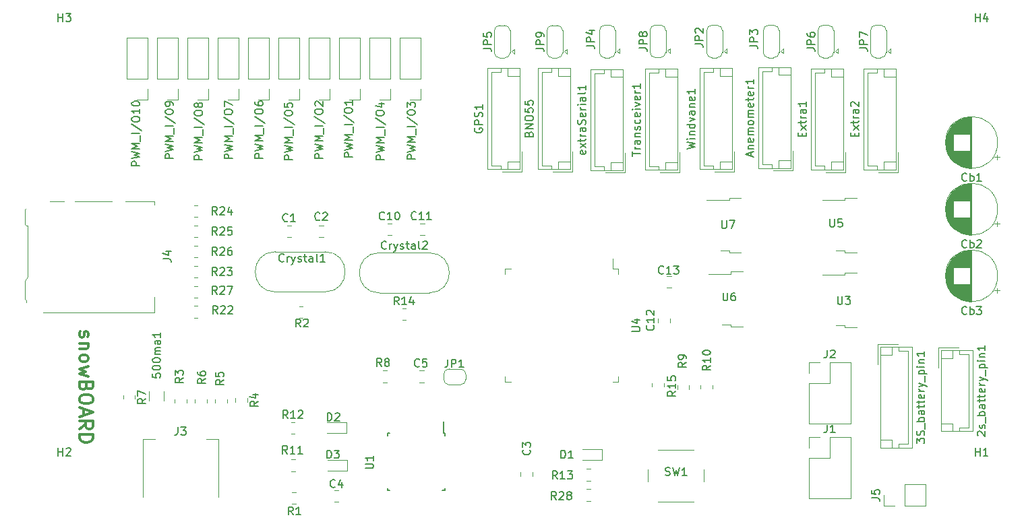
<source format=gbr>
%TF.GenerationSoftware,KiCad,Pcbnew,(5.1.9)-1*%
%TF.CreationDate,2021-03-02T01:46:48-05:00*%
%TF.ProjectId,sailboatController,7361696c-626f-4617-9443-6f6e74726f6c,rev?*%
%TF.SameCoordinates,Original*%
%TF.FileFunction,Legend,Top*%
%TF.FilePolarity,Positive*%
%FSLAX46Y46*%
G04 Gerber Fmt 4.6, Leading zero omitted, Abs format (unit mm)*
G04 Created by KiCad (PCBNEW (5.1.9)-1) date 2021-03-02 01:46:48*
%MOMM*%
%LPD*%
G01*
G04 APERTURE LIST*
%ADD10C,0.300000*%
%ADD11C,0.120000*%
%ADD12C,0.150000*%
G04 APERTURE END LIST*
D10*
X9979904Y-28598095D02*
X9898952Y-28760000D01*
X9898952Y-29083809D01*
X9979904Y-29245714D01*
X10141809Y-29326666D01*
X10222761Y-29326666D01*
X10384666Y-29245714D01*
X10465619Y-29083809D01*
X10465619Y-28840952D01*
X10546571Y-28679047D01*
X10708476Y-28598095D01*
X10789428Y-28598095D01*
X10951333Y-28679047D01*
X11032285Y-28840952D01*
X11032285Y-29083809D01*
X10951333Y-29245714D01*
X11032285Y-30055238D02*
X9898952Y-30055238D01*
X10870380Y-30055238D02*
X10951333Y-30136190D01*
X11032285Y-30298095D01*
X11032285Y-30540952D01*
X10951333Y-30702857D01*
X10789428Y-30783809D01*
X9898952Y-30783809D01*
X9898952Y-31836190D02*
X9979904Y-31674285D01*
X10060857Y-31593333D01*
X10222761Y-31512380D01*
X10708476Y-31512380D01*
X10870380Y-31593333D01*
X10951333Y-31674285D01*
X11032285Y-31836190D01*
X11032285Y-32079047D01*
X10951333Y-32240952D01*
X10870380Y-32321904D01*
X10708476Y-32402857D01*
X10222761Y-32402857D01*
X10060857Y-32321904D01*
X9979904Y-32240952D01*
X9898952Y-32079047D01*
X9898952Y-31836190D01*
X11032285Y-32969523D02*
X9898952Y-33293333D01*
X10708476Y-33617142D01*
X9898952Y-33940952D01*
X11032285Y-34264761D01*
X10789428Y-35479047D02*
X10708476Y-35721904D01*
X10627523Y-35802857D01*
X10465619Y-35883809D01*
X10222761Y-35883809D01*
X10060857Y-35802857D01*
X9979904Y-35721904D01*
X9898952Y-35560000D01*
X9898952Y-34912380D01*
X11598952Y-34912380D01*
X11598952Y-35479047D01*
X11518000Y-35640952D01*
X11437047Y-35721904D01*
X11275142Y-35802857D01*
X11113238Y-35802857D01*
X10951333Y-35721904D01*
X10870380Y-35640952D01*
X10789428Y-35479047D01*
X10789428Y-34912380D01*
X11598952Y-36936190D02*
X11598952Y-37260000D01*
X11518000Y-37421904D01*
X11356095Y-37583809D01*
X11032285Y-37664761D01*
X10465619Y-37664761D01*
X10141809Y-37583809D01*
X9979904Y-37421904D01*
X9898952Y-37260000D01*
X9898952Y-36936190D01*
X9979904Y-36774285D01*
X10141809Y-36612380D01*
X10465619Y-36531428D01*
X11032285Y-36531428D01*
X11356095Y-36612380D01*
X11518000Y-36774285D01*
X11598952Y-36936190D01*
X10384666Y-38312380D02*
X10384666Y-39121904D01*
X9898952Y-38150476D02*
X11598952Y-38717142D01*
X9898952Y-39283809D01*
X9898952Y-40821904D02*
X10708476Y-40255238D01*
X9898952Y-39850476D02*
X11598952Y-39850476D01*
X11598952Y-40498095D01*
X11518000Y-40660000D01*
X11437047Y-40740952D01*
X11275142Y-40821904D01*
X11032285Y-40821904D01*
X10870380Y-40740952D01*
X10789428Y-40660000D01*
X10708476Y-40498095D01*
X10708476Y-39850476D01*
X9898952Y-41550476D02*
X11598952Y-41550476D01*
X11598952Y-41955238D01*
X11517999Y-42198095D01*
X11356095Y-42360000D01*
X11194190Y-42440952D01*
X10870380Y-42521904D01*
X10627523Y-42521904D01*
X10303714Y-42440952D01*
X10141809Y-42360000D01*
X9979904Y-42198095D01*
X9898952Y-41955238D01*
X9898952Y-41550476D01*
D11*
%TO.C,J5*%
X116138000Y-50479000D02*
X116138000Y-47819000D01*
X113538000Y-50479000D02*
X116138000Y-50479000D01*
X113538000Y-47819000D02*
X116138000Y-47819000D01*
X113538000Y-50479000D02*
X113538000Y-47819000D01*
X112268000Y-50479000D02*
X110938000Y-50479000D01*
X110938000Y-50479000D02*
X110938000Y-49149000D01*
%TO.C,C12*%
X82577000Y-27439252D02*
X82577000Y-26916748D01*
X84047000Y-27439252D02*
X84047000Y-26916748D01*
%TO.C,JP9*%
X68596000Y6444000D02*
X68596000Y9244000D01*
X69296000Y9894000D02*
X69896000Y9894000D01*
X70596000Y9244000D02*
X70596000Y6444000D01*
X69896000Y5794000D02*
X69296000Y5794000D01*
X70796000Y6644000D02*
X71096000Y6344000D01*
X71096000Y6344000D02*
X71096000Y6944000D01*
X70796000Y6644000D02*
X71096000Y6944000D01*
X69296000Y5794000D02*
G75*
G02*
X68596000Y6494000I0J700000D01*
G01*
X70596000Y6494000D02*
G75*
G02*
X69896000Y5794000I-700000J0D01*
G01*
X69896000Y9894000D02*
G75*
G02*
X70596000Y9194000I0J-700000D01*
G01*
X68596000Y9194000D02*
G75*
G02*
X69296000Y9894000I700000J0D01*
G01*
%TO.C,JP8*%
X81550000Y6504000D02*
X81550000Y9304000D01*
X82250000Y9954000D02*
X82850000Y9954000D01*
X83550000Y9304000D02*
X83550000Y6504000D01*
X82850000Y5854000D02*
X82250000Y5854000D01*
X83750000Y6704000D02*
X84050000Y6404000D01*
X84050000Y6404000D02*
X84050000Y7004000D01*
X83750000Y6704000D02*
X84050000Y7004000D01*
X82250000Y5854000D02*
G75*
G02*
X81550000Y6554000I0J700000D01*
G01*
X83550000Y6554000D02*
G75*
G02*
X82850000Y5854000I-700000J0D01*
G01*
X82850000Y9954000D02*
G75*
G02*
X83550000Y9254000I0J-700000D01*
G01*
X81550000Y9254000D02*
G75*
G02*
X82250000Y9954000I700000J0D01*
G01*
%TO.C,JP7*%
X109236000Y6474000D02*
X109236000Y9274000D01*
X109936000Y9924000D02*
X110536000Y9924000D01*
X111236000Y9274000D02*
X111236000Y6474000D01*
X110536000Y5824000D02*
X109936000Y5824000D01*
X111436000Y6674000D02*
X111736000Y6374000D01*
X111736000Y6374000D02*
X111736000Y6974000D01*
X111436000Y6674000D02*
X111736000Y6974000D01*
X109936000Y5824000D02*
G75*
G02*
X109236000Y6524000I0J700000D01*
G01*
X111236000Y6524000D02*
G75*
G02*
X110536000Y5824000I-700000J0D01*
G01*
X110536000Y9924000D02*
G75*
G02*
X111236000Y9224000I0J-700000D01*
G01*
X109236000Y9224000D02*
G75*
G02*
X109936000Y9924000I700000J0D01*
G01*
%TO.C,JP6*%
X102632000Y6474000D02*
X102632000Y9274000D01*
X103332000Y9924000D02*
X103932000Y9924000D01*
X104632000Y9274000D02*
X104632000Y6474000D01*
X103932000Y5824000D02*
X103332000Y5824000D01*
X104832000Y6674000D02*
X105132000Y6374000D01*
X105132000Y6374000D02*
X105132000Y6974000D01*
X104832000Y6674000D02*
X105132000Y6974000D01*
X103332000Y5824000D02*
G75*
G02*
X102632000Y6524000I0J700000D01*
G01*
X104632000Y6524000D02*
G75*
G02*
X103932000Y5824000I-700000J0D01*
G01*
X103932000Y9924000D02*
G75*
G02*
X104632000Y9224000I0J-700000D01*
G01*
X102632000Y9224000D02*
G75*
G02*
X103332000Y9924000I700000J0D01*
G01*
%TO.C,JP5*%
X61992000Y6444000D02*
X61992000Y9244000D01*
X62692000Y9894000D02*
X63292000Y9894000D01*
X63992000Y9244000D02*
X63992000Y6444000D01*
X63292000Y5794000D02*
X62692000Y5794000D01*
X64192000Y6644000D02*
X64492000Y6344000D01*
X64492000Y6344000D02*
X64492000Y6944000D01*
X64192000Y6644000D02*
X64492000Y6944000D01*
X62692000Y5794000D02*
G75*
G02*
X61992000Y6494000I0J700000D01*
G01*
X63992000Y6494000D02*
G75*
G02*
X63292000Y5794000I-700000J0D01*
G01*
X63292000Y9894000D02*
G75*
G02*
X63992000Y9194000I0J-700000D01*
G01*
X61992000Y9194000D02*
G75*
G02*
X62692000Y9894000I700000J0D01*
G01*
%TO.C,Cb3*%
X125125241Y-23744000D02*
X125125241Y-23114000D01*
X125440241Y-23429000D02*
X124810241Y-23429000D01*
X118699000Y-21992000D02*
X118699000Y-21188000D01*
X118739000Y-22223000D02*
X118739000Y-20957000D01*
X118779000Y-22392000D02*
X118779000Y-20788000D01*
X118819000Y-22530000D02*
X118819000Y-20650000D01*
X118859000Y-22649000D02*
X118859000Y-20531000D01*
X118899000Y-22755000D02*
X118899000Y-20425000D01*
X118939000Y-22852000D02*
X118939000Y-20328000D01*
X118979000Y-22940000D02*
X118979000Y-20240000D01*
X119019000Y-23022000D02*
X119019000Y-20158000D01*
X119059000Y-23099000D02*
X119059000Y-20081000D01*
X119099000Y-23171000D02*
X119099000Y-20009000D01*
X119139000Y-23240000D02*
X119139000Y-19940000D01*
X119179000Y-23304000D02*
X119179000Y-19876000D01*
X119219000Y-23366000D02*
X119219000Y-19814000D01*
X119259000Y-23424000D02*
X119259000Y-19756000D01*
X119299000Y-23480000D02*
X119299000Y-19700000D01*
X119339000Y-23534000D02*
X119339000Y-19646000D01*
X119379000Y-23585000D02*
X119379000Y-19595000D01*
X119419000Y-23634000D02*
X119419000Y-19546000D01*
X119459000Y-23682000D02*
X119459000Y-19498000D01*
X119499000Y-23727000D02*
X119499000Y-19453000D01*
X119539000Y-23772000D02*
X119539000Y-19408000D01*
X119579000Y-23814000D02*
X119579000Y-19366000D01*
X119619000Y-23855000D02*
X119619000Y-19325000D01*
X119659000Y-20550000D02*
X119659000Y-19285000D01*
X119659000Y-23895000D02*
X119659000Y-22630000D01*
X119699000Y-20550000D02*
X119699000Y-19247000D01*
X119699000Y-23933000D02*
X119699000Y-22630000D01*
X119739000Y-20550000D02*
X119739000Y-19210000D01*
X119739000Y-23970000D02*
X119739000Y-22630000D01*
X119779000Y-20550000D02*
X119779000Y-19174000D01*
X119779000Y-24006000D02*
X119779000Y-22630000D01*
X119819000Y-20550000D02*
X119819000Y-19140000D01*
X119819000Y-24040000D02*
X119819000Y-22630000D01*
X119859000Y-20550000D02*
X119859000Y-19106000D01*
X119859000Y-24074000D02*
X119859000Y-22630000D01*
X119899000Y-20550000D02*
X119899000Y-19074000D01*
X119899000Y-24106000D02*
X119899000Y-22630000D01*
X119939000Y-20550000D02*
X119939000Y-19042000D01*
X119939000Y-24138000D02*
X119939000Y-22630000D01*
X119979000Y-20550000D02*
X119979000Y-19012000D01*
X119979000Y-24168000D02*
X119979000Y-22630000D01*
X120019000Y-20550000D02*
X120019000Y-18983000D01*
X120019000Y-24197000D02*
X120019000Y-22630000D01*
X120059000Y-20550000D02*
X120059000Y-18954000D01*
X120059000Y-24226000D02*
X120059000Y-22630000D01*
X120099000Y-20550000D02*
X120099000Y-18926000D01*
X120099000Y-24254000D02*
X120099000Y-22630000D01*
X120139000Y-20550000D02*
X120139000Y-18900000D01*
X120139000Y-24280000D02*
X120139000Y-22630000D01*
X120179000Y-20550000D02*
X120179000Y-18874000D01*
X120179000Y-24306000D02*
X120179000Y-22630000D01*
X120219000Y-20550000D02*
X120219000Y-18848000D01*
X120219000Y-24332000D02*
X120219000Y-22630000D01*
X120259000Y-20550000D02*
X120259000Y-18824000D01*
X120259000Y-24356000D02*
X120259000Y-22630000D01*
X120299000Y-20550000D02*
X120299000Y-18800000D01*
X120299000Y-24380000D02*
X120299000Y-22630000D01*
X120339000Y-20550000D02*
X120339000Y-18778000D01*
X120339000Y-24402000D02*
X120339000Y-22630000D01*
X120379000Y-20550000D02*
X120379000Y-18756000D01*
X120379000Y-24424000D02*
X120379000Y-22630000D01*
X120419000Y-20550000D02*
X120419000Y-18734000D01*
X120419000Y-24446000D02*
X120419000Y-22630000D01*
X120459000Y-20550000D02*
X120459000Y-18714000D01*
X120459000Y-24466000D02*
X120459000Y-22630000D01*
X120499000Y-20550000D02*
X120499000Y-18694000D01*
X120499000Y-24486000D02*
X120499000Y-22630000D01*
X120539000Y-20550000D02*
X120539000Y-18674000D01*
X120539000Y-24506000D02*
X120539000Y-22630000D01*
X120579000Y-20550000D02*
X120579000Y-18656000D01*
X120579000Y-24524000D02*
X120579000Y-22630000D01*
X120619000Y-20550000D02*
X120619000Y-18638000D01*
X120619000Y-24542000D02*
X120619000Y-22630000D01*
X120659000Y-20550000D02*
X120659000Y-18620000D01*
X120659000Y-24560000D02*
X120659000Y-22630000D01*
X120699000Y-20550000D02*
X120699000Y-18604000D01*
X120699000Y-24576000D02*
X120699000Y-22630000D01*
X120739000Y-20550000D02*
X120739000Y-18588000D01*
X120739000Y-24592000D02*
X120739000Y-22630000D01*
X120779000Y-20550000D02*
X120779000Y-18572000D01*
X120779000Y-24608000D02*
X120779000Y-22630000D01*
X120819000Y-20550000D02*
X120819000Y-18557000D01*
X120819000Y-24623000D02*
X120819000Y-22630000D01*
X120859000Y-20550000D02*
X120859000Y-18543000D01*
X120859000Y-24637000D02*
X120859000Y-22630000D01*
X120899000Y-20550000D02*
X120899000Y-18529000D01*
X120899000Y-24651000D02*
X120899000Y-22630000D01*
X120939000Y-20550000D02*
X120939000Y-18516000D01*
X120939000Y-24664000D02*
X120939000Y-22630000D01*
X120979000Y-20550000D02*
X120979000Y-18504000D01*
X120979000Y-24676000D02*
X120979000Y-22630000D01*
X121019000Y-20550000D02*
X121019000Y-18492000D01*
X121019000Y-24688000D02*
X121019000Y-22630000D01*
X121059000Y-20550000D02*
X121059000Y-18480000D01*
X121059000Y-24700000D02*
X121059000Y-22630000D01*
X121099000Y-20550000D02*
X121099000Y-18469000D01*
X121099000Y-24711000D02*
X121099000Y-22630000D01*
X121139000Y-20550000D02*
X121139000Y-18459000D01*
X121139000Y-24721000D02*
X121139000Y-22630000D01*
X121179000Y-20550000D02*
X121179000Y-18449000D01*
X121179000Y-24731000D02*
X121179000Y-22630000D01*
X121219000Y-20550000D02*
X121219000Y-18440000D01*
X121219000Y-24740000D02*
X121219000Y-22630000D01*
X121260000Y-20550000D02*
X121260000Y-18431000D01*
X121260000Y-24749000D02*
X121260000Y-22630000D01*
X121300000Y-20550000D02*
X121300000Y-18423000D01*
X121300000Y-24757000D02*
X121300000Y-22630000D01*
X121340000Y-20550000D02*
X121340000Y-18415000D01*
X121340000Y-24765000D02*
X121340000Y-22630000D01*
X121380000Y-20550000D02*
X121380000Y-18408000D01*
X121380000Y-24772000D02*
X121380000Y-22630000D01*
X121420000Y-20550000D02*
X121420000Y-18401000D01*
X121420000Y-24779000D02*
X121420000Y-22630000D01*
X121460000Y-20550000D02*
X121460000Y-18395000D01*
X121460000Y-24785000D02*
X121460000Y-22630000D01*
X121500000Y-20550000D02*
X121500000Y-18389000D01*
X121500000Y-24791000D02*
X121500000Y-22630000D01*
X121540000Y-20550000D02*
X121540000Y-18384000D01*
X121540000Y-24796000D02*
X121540000Y-22630000D01*
X121580000Y-20550000D02*
X121580000Y-18379000D01*
X121580000Y-24801000D02*
X121580000Y-22630000D01*
X121620000Y-20550000D02*
X121620000Y-18375000D01*
X121620000Y-24805000D02*
X121620000Y-22630000D01*
X121660000Y-20550000D02*
X121660000Y-18372000D01*
X121660000Y-24808000D02*
X121660000Y-22630000D01*
X121700000Y-20550000D02*
X121700000Y-18368000D01*
X121700000Y-24812000D02*
X121700000Y-22630000D01*
X121740000Y-24814000D02*
X121740000Y-18366000D01*
X121780000Y-24817000D02*
X121780000Y-18363000D01*
X121820000Y-24818000D02*
X121820000Y-18362000D01*
X121860000Y-24820000D02*
X121860000Y-18360000D01*
X121900000Y-24820000D02*
X121900000Y-18360000D01*
X121940000Y-24820000D02*
X121940000Y-18360000D01*
X125210000Y-21590000D02*
G75*
G03*
X125210000Y-21590000I-3270000J0D01*
G01*
%TO.C,Cb2*%
X125125241Y-15362000D02*
X125125241Y-14732000D01*
X125440241Y-15047000D02*
X124810241Y-15047000D01*
X118699000Y-13610000D02*
X118699000Y-12806000D01*
X118739000Y-13841000D02*
X118739000Y-12575000D01*
X118779000Y-14010000D02*
X118779000Y-12406000D01*
X118819000Y-14148000D02*
X118819000Y-12268000D01*
X118859000Y-14267000D02*
X118859000Y-12149000D01*
X118899000Y-14373000D02*
X118899000Y-12043000D01*
X118939000Y-14470000D02*
X118939000Y-11946000D01*
X118979000Y-14558000D02*
X118979000Y-11858000D01*
X119019000Y-14640000D02*
X119019000Y-11776000D01*
X119059000Y-14717000D02*
X119059000Y-11699000D01*
X119099000Y-14789000D02*
X119099000Y-11627000D01*
X119139000Y-14858000D02*
X119139000Y-11558000D01*
X119179000Y-14922000D02*
X119179000Y-11494000D01*
X119219000Y-14984000D02*
X119219000Y-11432000D01*
X119259000Y-15042000D02*
X119259000Y-11374000D01*
X119299000Y-15098000D02*
X119299000Y-11318000D01*
X119339000Y-15152000D02*
X119339000Y-11264000D01*
X119379000Y-15203000D02*
X119379000Y-11213000D01*
X119419000Y-15252000D02*
X119419000Y-11164000D01*
X119459000Y-15300000D02*
X119459000Y-11116000D01*
X119499000Y-15345000D02*
X119499000Y-11071000D01*
X119539000Y-15390000D02*
X119539000Y-11026000D01*
X119579000Y-15432000D02*
X119579000Y-10984000D01*
X119619000Y-15473000D02*
X119619000Y-10943000D01*
X119659000Y-12168000D02*
X119659000Y-10903000D01*
X119659000Y-15513000D02*
X119659000Y-14248000D01*
X119699000Y-12168000D02*
X119699000Y-10865000D01*
X119699000Y-15551000D02*
X119699000Y-14248000D01*
X119739000Y-12168000D02*
X119739000Y-10828000D01*
X119739000Y-15588000D02*
X119739000Y-14248000D01*
X119779000Y-12168000D02*
X119779000Y-10792000D01*
X119779000Y-15624000D02*
X119779000Y-14248000D01*
X119819000Y-12168000D02*
X119819000Y-10758000D01*
X119819000Y-15658000D02*
X119819000Y-14248000D01*
X119859000Y-12168000D02*
X119859000Y-10724000D01*
X119859000Y-15692000D02*
X119859000Y-14248000D01*
X119899000Y-12168000D02*
X119899000Y-10692000D01*
X119899000Y-15724000D02*
X119899000Y-14248000D01*
X119939000Y-12168000D02*
X119939000Y-10660000D01*
X119939000Y-15756000D02*
X119939000Y-14248000D01*
X119979000Y-12168000D02*
X119979000Y-10630000D01*
X119979000Y-15786000D02*
X119979000Y-14248000D01*
X120019000Y-12168000D02*
X120019000Y-10601000D01*
X120019000Y-15815000D02*
X120019000Y-14248000D01*
X120059000Y-12168000D02*
X120059000Y-10572000D01*
X120059000Y-15844000D02*
X120059000Y-14248000D01*
X120099000Y-12168000D02*
X120099000Y-10544000D01*
X120099000Y-15872000D02*
X120099000Y-14248000D01*
X120139000Y-12168000D02*
X120139000Y-10518000D01*
X120139000Y-15898000D02*
X120139000Y-14248000D01*
X120179000Y-12168000D02*
X120179000Y-10492000D01*
X120179000Y-15924000D02*
X120179000Y-14248000D01*
X120219000Y-12168000D02*
X120219000Y-10466000D01*
X120219000Y-15950000D02*
X120219000Y-14248000D01*
X120259000Y-12168000D02*
X120259000Y-10442000D01*
X120259000Y-15974000D02*
X120259000Y-14248000D01*
X120299000Y-12168000D02*
X120299000Y-10418000D01*
X120299000Y-15998000D02*
X120299000Y-14248000D01*
X120339000Y-12168000D02*
X120339000Y-10396000D01*
X120339000Y-16020000D02*
X120339000Y-14248000D01*
X120379000Y-12168000D02*
X120379000Y-10374000D01*
X120379000Y-16042000D02*
X120379000Y-14248000D01*
X120419000Y-12168000D02*
X120419000Y-10352000D01*
X120419000Y-16064000D02*
X120419000Y-14248000D01*
X120459000Y-12168000D02*
X120459000Y-10332000D01*
X120459000Y-16084000D02*
X120459000Y-14248000D01*
X120499000Y-12168000D02*
X120499000Y-10312000D01*
X120499000Y-16104000D02*
X120499000Y-14248000D01*
X120539000Y-12168000D02*
X120539000Y-10292000D01*
X120539000Y-16124000D02*
X120539000Y-14248000D01*
X120579000Y-12168000D02*
X120579000Y-10274000D01*
X120579000Y-16142000D02*
X120579000Y-14248000D01*
X120619000Y-12168000D02*
X120619000Y-10256000D01*
X120619000Y-16160000D02*
X120619000Y-14248000D01*
X120659000Y-12168000D02*
X120659000Y-10238000D01*
X120659000Y-16178000D02*
X120659000Y-14248000D01*
X120699000Y-12168000D02*
X120699000Y-10222000D01*
X120699000Y-16194000D02*
X120699000Y-14248000D01*
X120739000Y-12168000D02*
X120739000Y-10206000D01*
X120739000Y-16210000D02*
X120739000Y-14248000D01*
X120779000Y-12168000D02*
X120779000Y-10190000D01*
X120779000Y-16226000D02*
X120779000Y-14248000D01*
X120819000Y-12168000D02*
X120819000Y-10175000D01*
X120819000Y-16241000D02*
X120819000Y-14248000D01*
X120859000Y-12168000D02*
X120859000Y-10161000D01*
X120859000Y-16255000D02*
X120859000Y-14248000D01*
X120899000Y-12168000D02*
X120899000Y-10147000D01*
X120899000Y-16269000D02*
X120899000Y-14248000D01*
X120939000Y-12168000D02*
X120939000Y-10134000D01*
X120939000Y-16282000D02*
X120939000Y-14248000D01*
X120979000Y-12168000D02*
X120979000Y-10122000D01*
X120979000Y-16294000D02*
X120979000Y-14248000D01*
X121019000Y-12168000D02*
X121019000Y-10110000D01*
X121019000Y-16306000D02*
X121019000Y-14248000D01*
X121059000Y-12168000D02*
X121059000Y-10098000D01*
X121059000Y-16318000D02*
X121059000Y-14248000D01*
X121099000Y-12168000D02*
X121099000Y-10087000D01*
X121099000Y-16329000D02*
X121099000Y-14248000D01*
X121139000Y-12168000D02*
X121139000Y-10077000D01*
X121139000Y-16339000D02*
X121139000Y-14248000D01*
X121179000Y-12168000D02*
X121179000Y-10067000D01*
X121179000Y-16349000D02*
X121179000Y-14248000D01*
X121219000Y-12168000D02*
X121219000Y-10058000D01*
X121219000Y-16358000D02*
X121219000Y-14248000D01*
X121260000Y-12168000D02*
X121260000Y-10049000D01*
X121260000Y-16367000D02*
X121260000Y-14248000D01*
X121300000Y-12168000D02*
X121300000Y-10041000D01*
X121300000Y-16375000D02*
X121300000Y-14248000D01*
X121340000Y-12168000D02*
X121340000Y-10033000D01*
X121340000Y-16383000D02*
X121340000Y-14248000D01*
X121380000Y-12168000D02*
X121380000Y-10026000D01*
X121380000Y-16390000D02*
X121380000Y-14248000D01*
X121420000Y-12168000D02*
X121420000Y-10019000D01*
X121420000Y-16397000D02*
X121420000Y-14248000D01*
X121460000Y-12168000D02*
X121460000Y-10013000D01*
X121460000Y-16403000D02*
X121460000Y-14248000D01*
X121500000Y-12168000D02*
X121500000Y-10007000D01*
X121500000Y-16409000D02*
X121500000Y-14248000D01*
X121540000Y-12168000D02*
X121540000Y-10002000D01*
X121540000Y-16414000D02*
X121540000Y-14248000D01*
X121580000Y-12168000D02*
X121580000Y-9997000D01*
X121580000Y-16419000D02*
X121580000Y-14248000D01*
X121620000Y-12168000D02*
X121620000Y-9993000D01*
X121620000Y-16423000D02*
X121620000Y-14248000D01*
X121660000Y-12168000D02*
X121660000Y-9990000D01*
X121660000Y-16426000D02*
X121660000Y-14248000D01*
X121700000Y-12168000D02*
X121700000Y-9986000D01*
X121700000Y-16430000D02*
X121700000Y-14248000D01*
X121740000Y-16432000D02*
X121740000Y-9984000D01*
X121780000Y-16435000D02*
X121780000Y-9981000D01*
X121820000Y-16436000D02*
X121820000Y-9980000D01*
X121860000Y-16438000D02*
X121860000Y-9978000D01*
X121900000Y-16438000D02*
X121900000Y-9978000D01*
X121940000Y-16438000D02*
X121940000Y-9978000D01*
X125210000Y-13208000D02*
G75*
G03*
X125210000Y-13208000I-3270000J0D01*
G01*
%TO.C,Cb1*%
X125125241Y-6980000D02*
X125125241Y-6350000D01*
X125440241Y-6665000D02*
X124810241Y-6665000D01*
X118699000Y-5228000D02*
X118699000Y-4424000D01*
X118739000Y-5459000D02*
X118739000Y-4193000D01*
X118779000Y-5628000D02*
X118779000Y-4024000D01*
X118819000Y-5766000D02*
X118819000Y-3886000D01*
X118859000Y-5885000D02*
X118859000Y-3767000D01*
X118899000Y-5991000D02*
X118899000Y-3661000D01*
X118939000Y-6088000D02*
X118939000Y-3564000D01*
X118979000Y-6176000D02*
X118979000Y-3476000D01*
X119019000Y-6258000D02*
X119019000Y-3394000D01*
X119059000Y-6335000D02*
X119059000Y-3317000D01*
X119099000Y-6407000D02*
X119099000Y-3245000D01*
X119139000Y-6476000D02*
X119139000Y-3176000D01*
X119179000Y-6540000D02*
X119179000Y-3112000D01*
X119219000Y-6602000D02*
X119219000Y-3050000D01*
X119259000Y-6660000D02*
X119259000Y-2992000D01*
X119299000Y-6716000D02*
X119299000Y-2936000D01*
X119339000Y-6770000D02*
X119339000Y-2882000D01*
X119379000Y-6821000D02*
X119379000Y-2831000D01*
X119419000Y-6870000D02*
X119419000Y-2782000D01*
X119459000Y-6918000D02*
X119459000Y-2734000D01*
X119499000Y-6963000D02*
X119499000Y-2689000D01*
X119539000Y-7008000D02*
X119539000Y-2644000D01*
X119579000Y-7050000D02*
X119579000Y-2602000D01*
X119619000Y-7091000D02*
X119619000Y-2561000D01*
X119659000Y-3786000D02*
X119659000Y-2521000D01*
X119659000Y-7131000D02*
X119659000Y-5866000D01*
X119699000Y-3786000D02*
X119699000Y-2483000D01*
X119699000Y-7169000D02*
X119699000Y-5866000D01*
X119739000Y-3786000D02*
X119739000Y-2446000D01*
X119739000Y-7206000D02*
X119739000Y-5866000D01*
X119779000Y-3786000D02*
X119779000Y-2410000D01*
X119779000Y-7242000D02*
X119779000Y-5866000D01*
X119819000Y-3786000D02*
X119819000Y-2376000D01*
X119819000Y-7276000D02*
X119819000Y-5866000D01*
X119859000Y-3786000D02*
X119859000Y-2342000D01*
X119859000Y-7310000D02*
X119859000Y-5866000D01*
X119899000Y-3786000D02*
X119899000Y-2310000D01*
X119899000Y-7342000D02*
X119899000Y-5866000D01*
X119939000Y-3786000D02*
X119939000Y-2278000D01*
X119939000Y-7374000D02*
X119939000Y-5866000D01*
X119979000Y-3786000D02*
X119979000Y-2248000D01*
X119979000Y-7404000D02*
X119979000Y-5866000D01*
X120019000Y-3786000D02*
X120019000Y-2219000D01*
X120019000Y-7433000D02*
X120019000Y-5866000D01*
X120059000Y-3786000D02*
X120059000Y-2190000D01*
X120059000Y-7462000D02*
X120059000Y-5866000D01*
X120099000Y-3786000D02*
X120099000Y-2162000D01*
X120099000Y-7490000D02*
X120099000Y-5866000D01*
X120139000Y-3786000D02*
X120139000Y-2136000D01*
X120139000Y-7516000D02*
X120139000Y-5866000D01*
X120179000Y-3786000D02*
X120179000Y-2110000D01*
X120179000Y-7542000D02*
X120179000Y-5866000D01*
X120219000Y-3786000D02*
X120219000Y-2084000D01*
X120219000Y-7568000D02*
X120219000Y-5866000D01*
X120259000Y-3786000D02*
X120259000Y-2060000D01*
X120259000Y-7592000D02*
X120259000Y-5866000D01*
X120299000Y-3786000D02*
X120299000Y-2036000D01*
X120299000Y-7616000D02*
X120299000Y-5866000D01*
X120339000Y-3786000D02*
X120339000Y-2014000D01*
X120339000Y-7638000D02*
X120339000Y-5866000D01*
X120379000Y-3786000D02*
X120379000Y-1992000D01*
X120379000Y-7660000D02*
X120379000Y-5866000D01*
X120419000Y-3786000D02*
X120419000Y-1970000D01*
X120419000Y-7682000D02*
X120419000Y-5866000D01*
X120459000Y-3786000D02*
X120459000Y-1950000D01*
X120459000Y-7702000D02*
X120459000Y-5866000D01*
X120499000Y-3786000D02*
X120499000Y-1930000D01*
X120499000Y-7722000D02*
X120499000Y-5866000D01*
X120539000Y-3786000D02*
X120539000Y-1910000D01*
X120539000Y-7742000D02*
X120539000Y-5866000D01*
X120579000Y-3786000D02*
X120579000Y-1892000D01*
X120579000Y-7760000D02*
X120579000Y-5866000D01*
X120619000Y-3786000D02*
X120619000Y-1874000D01*
X120619000Y-7778000D02*
X120619000Y-5866000D01*
X120659000Y-3786000D02*
X120659000Y-1856000D01*
X120659000Y-7796000D02*
X120659000Y-5866000D01*
X120699000Y-3786000D02*
X120699000Y-1840000D01*
X120699000Y-7812000D02*
X120699000Y-5866000D01*
X120739000Y-3786000D02*
X120739000Y-1824000D01*
X120739000Y-7828000D02*
X120739000Y-5866000D01*
X120779000Y-3786000D02*
X120779000Y-1808000D01*
X120779000Y-7844000D02*
X120779000Y-5866000D01*
X120819000Y-3786000D02*
X120819000Y-1793000D01*
X120819000Y-7859000D02*
X120819000Y-5866000D01*
X120859000Y-3786000D02*
X120859000Y-1779000D01*
X120859000Y-7873000D02*
X120859000Y-5866000D01*
X120899000Y-3786000D02*
X120899000Y-1765000D01*
X120899000Y-7887000D02*
X120899000Y-5866000D01*
X120939000Y-3786000D02*
X120939000Y-1752000D01*
X120939000Y-7900000D02*
X120939000Y-5866000D01*
X120979000Y-3786000D02*
X120979000Y-1740000D01*
X120979000Y-7912000D02*
X120979000Y-5866000D01*
X121019000Y-3786000D02*
X121019000Y-1728000D01*
X121019000Y-7924000D02*
X121019000Y-5866000D01*
X121059000Y-3786000D02*
X121059000Y-1716000D01*
X121059000Y-7936000D02*
X121059000Y-5866000D01*
X121099000Y-3786000D02*
X121099000Y-1705000D01*
X121099000Y-7947000D02*
X121099000Y-5866000D01*
X121139000Y-3786000D02*
X121139000Y-1695000D01*
X121139000Y-7957000D02*
X121139000Y-5866000D01*
X121179000Y-3786000D02*
X121179000Y-1685000D01*
X121179000Y-7967000D02*
X121179000Y-5866000D01*
X121219000Y-3786000D02*
X121219000Y-1676000D01*
X121219000Y-7976000D02*
X121219000Y-5866000D01*
X121260000Y-3786000D02*
X121260000Y-1667000D01*
X121260000Y-7985000D02*
X121260000Y-5866000D01*
X121300000Y-3786000D02*
X121300000Y-1659000D01*
X121300000Y-7993000D02*
X121300000Y-5866000D01*
X121340000Y-3786000D02*
X121340000Y-1651000D01*
X121340000Y-8001000D02*
X121340000Y-5866000D01*
X121380000Y-3786000D02*
X121380000Y-1644000D01*
X121380000Y-8008000D02*
X121380000Y-5866000D01*
X121420000Y-3786000D02*
X121420000Y-1637000D01*
X121420000Y-8015000D02*
X121420000Y-5866000D01*
X121460000Y-3786000D02*
X121460000Y-1631000D01*
X121460000Y-8021000D02*
X121460000Y-5866000D01*
X121500000Y-3786000D02*
X121500000Y-1625000D01*
X121500000Y-8027000D02*
X121500000Y-5866000D01*
X121540000Y-3786000D02*
X121540000Y-1620000D01*
X121540000Y-8032000D02*
X121540000Y-5866000D01*
X121580000Y-3786000D02*
X121580000Y-1615000D01*
X121580000Y-8037000D02*
X121580000Y-5866000D01*
X121620000Y-3786000D02*
X121620000Y-1611000D01*
X121620000Y-8041000D02*
X121620000Y-5866000D01*
X121660000Y-3786000D02*
X121660000Y-1608000D01*
X121660000Y-8044000D02*
X121660000Y-5866000D01*
X121700000Y-3786000D02*
X121700000Y-1604000D01*
X121700000Y-8048000D02*
X121700000Y-5866000D01*
X121740000Y-8050000D02*
X121740000Y-1602000D01*
X121780000Y-8053000D02*
X121780000Y-1599000D01*
X121820000Y-8054000D02*
X121820000Y-1598000D01*
X121860000Y-8056000D02*
X121860000Y-1596000D01*
X121900000Y-8056000D02*
X121900000Y-1596000D01*
X121940000Y-8056000D02*
X121940000Y-1596000D01*
X125210000Y-4826000D02*
G75*
G03*
X125210000Y-4826000I-3270000J0D01*
G01*
%TO.C,Windvane1*%
X87825000Y-8198000D02*
X91845000Y-8198000D01*
X91845000Y-8198000D02*
X91845000Y4522000D01*
X91845000Y4522000D02*
X87825000Y4522000D01*
X87825000Y4522000D02*
X87825000Y-8198000D01*
X89535000Y-8198000D02*
X89535000Y-7698000D01*
X89535000Y-7698000D02*
X88325000Y-7698000D01*
X88325000Y-7698000D02*
X88325000Y4022000D01*
X88325000Y4022000D02*
X89535000Y4022000D01*
X89535000Y4022000D02*
X89535000Y4522000D01*
X90345000Y-8198000D02*
X90345000Y-7198000D01*
X90345000Y-7198000D02*
X91845000Y-7198000D01*
X90345000Y4522000D02*
X90345000Y3522000D01*
X90345000Y3522000D02*
X91845000Y3522000D01*
X89645000Y-8498000D02*
X92145000Y-8498000D01*
X92145000Y-8498000D02*
X92145000Y-5998000D01*
%TO.C,Transceiver1*%
X80967000Y-8285000D02*
X84987000Y-8285000D01*
X84987000Y-8285000D02*
X84987000Y4435000D01*
X84987000Y4435000D02*
X80967000Y4435000D01*
X80967000Y4435000D02*
X80967000Y-8285000D01*
X82677000Y-8285000D02*
X82677000Y-7785000D01*
X82677000Y-7785000D02*
X81467000Y-7785000D01*
X81467000Y-7785000D02*
X81467000Y3935000D01*
X81467000Y3935000D02*
X82677000Y3935000D01*
X82677000Y3935000D02*
X82677000Y4435000D01*
X83487000Y-8285000D02*
X83487000Y-7285000D01*
X83487000Y-7285000D02*
X84987000Y-7285000D01*
X83487000Y4435000D02*
X83487000Y3435000D01*
X83487000Y3435000D02*
X84987000Y3435000D01*
X82787000Y-8585000D02*
X85287000Y-8585000D01*
X85287000Y-8585000D02*
X85287000Y-6085000D01*
%TO.C,GPS1*%
X61155000Y-8198000D02*
X65175000Y-8198000D01*
X65175000Y-8198000D02*
X65175000Y4522000D01*
X65175000Y4522000D02*
X61155000Y4522000D01*
X61155000Y4522000D02*
X61155000Y-8198000D01*
X62865000Y-8198000D02*
X62865000Y-7698000D01*
X62865000Y-7698000D02*
X61655000Y-7698000D01*
X61655000Y-7698000D02*
X61655000Y4022000D01*
X61655000Y4022000D02*
X62865000Y4022000D01*
X62865000Y4022000D02*
X62865000Y4522000D01*
X63675000Y-8198000D02*
X63675000Y-7198000D01*
X63675000Y-7198000D02*
X65175000Y-7198000D01*
X63675000Y4522000D02*
X63675000Y3522000D01*
X63675000Y3522000D02*
X65175000Y3522000D01*
X62975000Y-8498000D02*
X65475000Y-8498000D01*
X65475000Y-8498000D02*
X65475000Y-5998000D01*
%TO.C,extraSerial1*%
X74109000Y-8325000D02*
X78129000Y-8325000D01*
X78129000Y-8325000D02*
X78129000Y4395000D01*
X78129000Y4395000D02*
X74109000Y4395000D01*
X74109000Y4395000D02*
X74109000Y-8325000D01*
X75819000Y-8325000D02*
X75819000Y-7825000D01*
X75819000Y-7825000D02*
X74609000Y-7825000D01*
X74609000Y-7825000D02*
X74609000Y3895000D01*
X74609000Y3895000D02*
X75819000Y3895000D01*
X75819000Y3895000D02*
X75819000Y4395000D01*
X76629000Y-8325000D02*
X76629000Y-7325000D01*
X76629000Y-7325000D02*
X78129000Y-7325000D01*
X76629000Y4395000D02*
X76629000Y3395000D01*
X76629000Y3395000D02*
X78129000Y3395000D01*
X75929000Y-8625000D02*
X78429000Y-8625000D01*
X78429000Y-8625000D02*
X78429000Y-6125000D01*
%TO.C,Extra2*%
X108399000Y-8245000D02*
X112419000Y-8245000D01*
X112419000Y-8245000D02*
X112419000Y4475000D01*
X112419000Y4475000D02*
X108399000Y4475000D01*
X108399000Y4475000D02*
X108399000Y-8245000D01*
X110109000Y-8245000D02*
X110109000Y-7745000D01*
X110109000Y-7745000D02*
X108899000Y-7745000D01*
X108899000Y-7745000D02*
X108899000Y3975000D01*
X108899000Y3975000D02*
X110109000Y3975000D01*
X110109000Y3975000D02*
X110109000Y4475000D01*
X110919000Y-8245000D02*
X110919000Y-7245000D01*
X110919000Y-7245000D02*
X112419000Y-7245000D01*
X110919000Y4475000D02*
X110919000Y3475000D01*
X110919000Y3475000D02*
X112419000Y3475000D01*
X110219000Y-8545000D02*
X112719000Y-8545000D01*
X112719000Y-8545000D02*
X112719000Y-6045000D01*
%TO.C,Extra1*%
X101795000Y-8245000D02*
X105815000Y-8245000D01*
X105815000Y-8245000D02*
X105815000Y4475000D01*
X105815000Y4475000D02*
X101795000Y4475000D01*
X101795000Y4475000D02*
X101795000Y-8245000D01*
X103505000Y-8245000D02*
X103505000Y-7745000D01*
X103505000Y-7745000D02*
X102295000Y-7745000D01*
X102295000Y-7745000D02*
X102295000Y3975000D01*
X102295000Y3975000D02*
X103505000Y3975000D01*
X103505000Y3975000D02*
X103505000Y4475000D01*
X104315000Y-8245000D02*
X104315000Y-7245000D01*
X104315000Y-7245000D02*
X105815000Y-7245000D01*
X104315000Y4475000D02*
X104315000Y3475000D01*
X104315000Y3475000D02*
X105815000Y3475000D01*
X103615000Y-8545000D02*
X106115000Y-8545000D01*
X106115000Y-8545000D02*
X106115000Y-6045000D01*
%TO.C,BNO55*%
X67505000Y-8198000D02*
X71525000Y-8198000D01*
X71525000Y-8198000D02*
X71525000Y4522000D01*
X71525000Y4522000D02*
X67505000Y4522000D01*
X67505000Y4522000D02*
X67505000Y-8198000D01*
X69215000Y-8198000D02*
X69215000Y-7698000D01*
X69215000Y-7698000D02*
X68005000Y-7698000D01*
X68005000Y-7698000D02*
X68005000Y4022000D01*
X68005000Y4022000D02*
X69215000Y4022000D01*
X69215000Y4022000D02*
X69215000Y4522000D01*
X70025000Y-8198000D02*
X70025000Y-7198000D01*
X70025000Y-7198000D02*
X71525000Y-7198000D01*
X70025000Y4522000D02*
X70025000Y3522000D01*
X70025000Y3522000D02*
X71525000Y3522000D01*
X69325000Y-8498000D02*
X71825000Y-8498000D01*
X71825000Y-8498000D02*
X71825000Y-5998000D01*
%TO.C,Anemometer1*%
X95191000Y-8071000D02*
X99211000Y-8071000D01*
X99211000Y-8071000D02*
X99211000Y4649000D01*
X99211000Y4649000D02*
X95191000Y4649000D01*
X95191000Y4649000D02*
X95191000Y-8071000D01*
X96901000Y-8071000D02*
X96901000Y-7571000D01*
X96901000Y-7571000D02*
X95691000Y-7571000D01*
X95691000Y-7571000D02*
X95691000Y4149000D01*
X95691000Y4149000D02*
X96901000Y4149000D01*
X96901000Y4149000D02*
X96901000Y4649000D01*
X97711000Y-8071000D02*
X97711000Y-7071000D01*
X97711000Y-7071000D02*
X99211000Y-7071000D01*
X97711000Y4649000D02*
X97711000Y3649000D01*
X97711000Y3649000D02*
X99211000Y3649000D01*
X97011000Y-8371000D02*
X99511000Y-8371000D01*
X99511000Y-8371000D02*
X99511000Y-5871000D01*
%TO.C,3S_battery_pin1*%
X114486000Y-30490000D02*
X110466000Y-30490000D01*
X110466000Y-30490000D02*
X110466000Y-43210000D01*
X110466000Y-43210000D02*
X114486000Y-43210000D01*
X114486000Y-43210000D02*
X114486000Y-30490000D01*
X112776000Y-30490000D02*
X112776000Y-30990000D01*
X112776000Y-30990000D02*
X113986000Y-30990000D01*
X113986000Y-30990000D02*
X113986000Y-42710000D01*
X113986000Y-42710000D02*
X112776000Y-42710000D01*
X112776000Y-42710000D02*
X112776000Y-43210000D01*
X111966000Y-30490000D02*
X111966000Y-31490000D01*
X111966000Y-31490000D02*
X110466000Y-31490000D01*
X111966000Y-43210000D02*
X111966000Y-42210000D01*
X111966000Y-42210000D02*
X110466000Y-42210000D01*
X112666000Y-30190000D02*
X110166000Y-30190000D01*
X110166000Y-30190000D02*
X110166000Y-32690000D01*
%TO.C,2s_battery_pin1*%
X122106000Y-30918000D02*
X118086000Y-30918000D01*
X118086000Y-30918000D02*
X118086000Y-41138000D01*
X118086000Y-41138000D02*
X122106000Y-41138000D01*
X122106000Y-41138000D02*
X122106000Y-30918000D01*
X120396000Y-30918000D02*
X120396000Y-31418000D01*
X120396000Y-31418000D02*
X121606000Y-31418000D01*
X121606000Y-31418000D02*
X121606000Y-40638000D01*
X121606000Y-40638000D02*
X120396000Y-40638000D01*
X120396000Y-40638000D02*
X120396000Y-41138000D01*
X119586000Y-30918000D02*
X119586000Y-31918000D01*
X119586000Y-31918000D02*
X118086000Y-31918000D01*
X119586000Y-41138000D02*
X119586000Y-40138000D01*
X119586000Y-40138000D02*
X118086000Y-40138000D01*
X120286000Y-30618000D02*
X117786000Y-30618000D01*
X117786000Y-30618000D02*
X117786000Y-33118000D01*
%TO.C,C3*%
X65305000Y-46743252D02*
X65305000Y-46220748D01*
X66775000Y-46743252D02*
X66775000Y-46220748D01*
%TO.C,SW1*%
X88284000Y-47450000D02*
X88284000Y-45950000D01*
X87034000Y-43450000D02*
X82534000Y-43450000D01*
X81284000Y-45950000D02*
X81284000Y-47450000D01*
X82534000Y-49950000D02*
X87034000Y-49950000D01*
%TO.C,U7*%
X91510000Y-18419000D02*
X90410000Y-18419000D01*
X91510000Y-18689000D02*
X91510000Y-18419000D01*
X93010000Y-18689000D02*
X91510000Y-18689000D01*
X91510000Y-12059000D02*
X88680000Y-12059000D01*
X91510000Y-11789000D02*
X91510000Y-12059000D01*
X93010000Y-11789000D02*
X91510000Y-11789000D01*
%TO.C,U6*%
X91729000Y-27692000D02*
X90629000Y-27692000D01*
X91729000Y-27962000D02*
X91729000Y-27692000D01*
X93229000Y-27962000D02*
X91729000Y-27962000D01*
X91729000Y-21332000D02*
X88899000Y-21332000D01*
X91729000Y-21062000D02*
X91729000Y-21332000D01*
X93229000Y-21062000D02*
X91729000Y-21062000D01*
%TO.C,U5*%
X106023000Y-18419000D02*
X104923000Y-18419000D01*
X106023000Y-18689000D02*
X106023000Y-18419000D01*
X107523000Y-18689000D02*
X106023000Y-18689000D01*
X106023000Y-12059000D02*
X103193000Y-12059000D01*
X106023000Y-11789000D02*
X106023000Y-12059000D01*
X107523000Y-11789000D02*
X106023000Y-11789000D01*
%TO.C,U4*%
X76895000Y-20703000D02*
X76895000Y-19413000D01*
X77595000Y-20703000D02*
X76895000Y-20703000D01*
X77595000Y-21403000D02*
X77595000Y-20703000D01*
X77595000Y-34923000D02*
X76895000Y-34923000D01*
X77595000Y-34223000D02*
X77595000Y-34923000D01*
X63375000Y-20703000D02*
X64075000Y-20703000D01*
X63375000Y-21403000D02*
X63375000Y-20703000D01*
X63375000Y-34923000D02*
X64075000Y-34923000D01*
X63375000Y-34223000D02*
X63375000Y-34923000D01*
%TO.C,U3*%
X106023000Y-27819000D02*
X104923000Y-27819000D01*
X106023000Y-28089000D02*
X106023000Y-27819000D01*
X107523000Y-28089000D02*
X106023000Y-28089000D01*
X106023000Y-21459000D02*
X103193000Y-21459000D01*
X106023000Y-21189000D02*
X106023000Y-21459000D01*
X107523000Y-21189000D02*
X106023000Y-21189000D01*
D12*
%TO.C,U1*%
X55822000Y-41333000D02*
X55597000Y-41333000D01*
X55822000Y-48583000D02*
X55497000Y-48583000D01*
X48572000Y-48583000D02*
X48897000Y-48583000D01*
X48572000Y-41333000D02*
X48897000Y-41333000D01*
X55822000Y-41333000D02*
X55822000Y-41658000D01*
X48572000Y-41333000D02*
X48572000Y-41658000D01*
X48572000Y-48583000D02*
X48572000Y-48258000D01*
X55822000Y-48583000D02*
X55822000Y-48258000D01*
X55597000Y-41333000D02*
X55597000Y-39908000D01*
D11*
%TO.C,R28*%
X74077564Y-48414000D02*
X73623436Y-48414000D01*
X74077564Y-49884000D02*
X73623436Y-49884000D01*
%TO.C,R27*%
X24283936Y-24357000D02*
X24738064Y-24357000D01*
X24283936Y-22887000D02*
X24738064Y-22887000D01*
%TO.C,R26*%
X24283936Y-19277000D02*
X24738064Y-19277000D01*
X24283936Y-17807000D02*
X24738064Y-17807000D01*
%TO.C,R25*%
X24283936Y-16737000D02*
X24738064Y-16737000D01*
X24283936Y-15267000D02*
X24738064Y-15267000D01*
%TO.C,R24*%
X24738064Y-12727000D02*
X24283936Y-12727000D01*
X24738064Y-14197000D02*
X24283936Y-14197000D01*
%TO.C,R23*%
X24738064Y-20347000D02*
X24283936Y-20347000D01*
X24738064Y-21817000D02*
X24283936Y-21817000D01*
%TO.C,R22*%
X24722064Y-25363500D02*
X24267936Y-25363500D01*
X24722064Y-26833500D02*
X24267936Y-26833500D01*
%TO.C,R15*%
X83285000Y-35549064D02*
X83285000Y-35094936D01*
X81815000Y-35549064D02*
X81815000Y-35094936D01*
%TO.C,R14*%
X50429936Y-27151000D02*
X50884064Y-27151000D01*
X50429936Y-25681000D02*
X50884064Y-25681000D01*
%TO.C,R13*%
X73623436Y-47344000D02*
X74077564Y-47344000D01*
X73623436Y-45874000D02*
X74077564Y-45874000D01*
%TO.C,R12*%
X36475936Y-41438500D02*
X36930064Y-41438500D01*
X36475936Y-39968500D02*
X36930064Y-39968500D01*
%TO.C,R11*%
X36539436Y-46137500D02*
X36993564Y-46137500D01*
X36539436Y-44667500D02*
X36993564Y-44667500D01*
%TO.C,R10*%
X89381000Y-35332936D02*
X89381000Y-35787064D01*
X87911000Y-35332936D02*
X87911000Y-35787064D01*
%TO.C,R9*%
X86460000Y-35380436D02*
X86460000Y-35834564D01*
X84990000Y-35380436D02*
X84990000Y-35834564D01*
%TO.C,R8*%
X48048936Y-34961500D02*
X48503064Y-34961500D01*
X48048936Y-33491500D02*
X48503064Y-33491500D01*
%TO.C,R7*%
X15394000Y-36618936D02*
X15394000Y-37073064D01*
X16864000Y-36618936D02*
X16864000Y-37073064D01*
%TO.C,R6*%
X24411000Y-37094936D02*
X24411000Y-37549064D01*
X25881000Y-37094936D02*
X25881000Y-37549064D01*
%TO.C,R5*%
X26951000Y-37094936D02*
X26951000Y-37549064D01*
X28421000Y-37094936D02*
X28421000Y-37549064D01*
%TO.C,R4*%
X29491000Y-36967936D02*
X29491000Y-37422064D01*
X30961000Y-36967936D02*
X30961000Y-37422064D01*
%TO.C,R3*%
X21871000Y-37094936D02*
X21871000Y-37549064D01*
X23341000Y-37094936D02*
X23341000Y-37549064D01*
%TO.C,R2*%
X37491936Y-26897000D02*
X37946064Y-26897000D01*
X37491936Y-25427000D02*
X37946064Y-25427000D01*
%TO.C,R1*%
X36602936Y-50265000D02*
X37057064Y-50265000D01*
X36602936Y-48795000D02*
X37057064Y-48795000D01*
%TO.C,PWM_I/O10*%
X18475000Y8315000D02*
X15815000Y8315000D01*
X18475000Y3175000D02*
X18475000Y8315000D01*
X15815000Y3175000D02*
X15815000Y8315000D01*
X18475000Y3175000D02*
X15815000Y3175000D01*
X18475000Y1905000D02*
X18475000Y575000D01*
X18475000Y575000D02*
X17145000Y575000D01*
%TO.C,PWM_I/O9*%
X22285000Y8315000D02*
X19625000Y8315000D01*
X22285000Y3175000D02*
X22285000Y8315000D01*
X19625000Y3175000D02*
X19625000Y8315000D01*
X22285000Y3175000D02*
X19625000Y3175000D01*
X22285000Y1905000D02*
X22285000Y575000D01*
X22285000Y575000D02*
X20955000Y575000D01*
%TO.C,PWM_I/O8*%
X26095000Y8315000D02*
X23435000Y8315000D01*
X26095000Y3175000D02*
X26095000Y8315000D01*
X23435000Y3175000D02*
X23435000Y8315000D01*
X26095000Y3175000D02*
X23435000Y3175000D01*
X26095000Y1905000D02*
X26095000Y575000D01*
X26095000Y575000D02*
X24765000Y575000D01*
%TO.C,PWM_I/O7*%
X29905000Y8315000D02*
X27245000Y8315000D01*
X29905000Y3175000D02*
X29905000Y8315000D01*
X27245000Y3175000D02*
X27245000Y8315000D01*
X29905000Y3175000D02*
X27245000Y3175000D01*
X29905000Y1905000D02*
X29905000Y575000D01*
X29905000Y575000D02*
X28575000Y575000D01*
%TO.C,PWM_I/O6*%
X33715000Y8315000D02*
X31055000Y8315000D01*
X33715000Y3175000D02*
X33715000Y8315000D01*
X31055000Y3175000D02*
X31055000Y8315000D01*
X33715000Y3175000D02*
X31055000Y3175000D01*
X33715000Y1905000D02*
X33715000Y575000D01*
X33715000Y575000D02*
X32385000Y575000D01*
%TO.C,PWM_I/O5*%
X37525000Y8315000D02*
X34865000Y8315000D01*
X37525000Y3175000D02*
X37525000Y8315000D01*
X34865000Y3175000D02*
X34865000Y8315000D01*
X37525000Y3175000D02*
X34865000Y3175000D01*
X37525000Y1905000D02*
X37525000Y575000D01*
X37525000Y575000D02*
X36195000Y575000D01*
%TO.C,PWM_I/O4*%
X48955000Y8315000D02*
X46295000Y8315000D01*
X48955000Y3175000D02*
X48955000Y8315000D01*
X46295000Y3175000D02*
X46295000Y8315000D01*
X48955000Y3175000D02*
X46295000Y3175000D01*
X48955000Y1905000D02*
X48955000Y575000D01*
X48955000Y575000D02*
X47625000Y575000D01*
%TO.C,PWM_I/O3*%
X52765000Y8315000D02*
X50105000Y8315000D01*
X52765000Y3175000D02*
X52765000Y8315000D01*
X50105000Y3175000D02*
X50105000Y8315000D01*
X52765000Y3175000D02*
X50105000Y3175000D01*
X52765000Y1905000D02*
X52765000Y575000D01*
X52765000Y575000D02*
X51435000Y575000D01*
%TO.C,PWM_I/O2*%
X41335000Y8315000D02*
X38675000Y8315000D01*
X41335000Y3175000D02*
X41335000Y8315000D01*
X38675000Y3175000D02*
X38675000Y8315000D01*
X41335000Y3175000D02*
X38675000Y3175000D01*
X41335000Y1905000D02*
X41335000Y575000D01*
X41335000Y575000D02*
X40005000Y575000D01*
%TO.C,PWM_I/O1*%
X45145000Y8315000D02*
X42485000Y8315000D01*
X45145000Y3175000D02*
X45145000Y8315000D01*
X42485000Y3175000D02*
X42485000Y8315000D01*
X45145000Y3175000D02*
X42485000Y3175000D01*
X45145000Y1905000D02*
X45145000Y575000D01*
X45145000Y575000D02*
X43815000Y575000D01*
%TO.C,JP4*%
X75200000Y6474000D02*
X75200000Y9274000D01*
X75900000Y9924000D02*
X76500000Y9924000D01*
X77200000Y9274000D02*
X77200000Y6474000D01*
X76500000Y5824000D02*
X75900000Y5824000D01*
X77400000Y6674000D02*
X77700000Y6374000D01*
X77700000Y6374000D02*
X77700000Y6974000D01*
X77400000Y6674000D02*
X77700000Y6974000D01*
X75900000Y5824000D02*
G75*
G02*
X75200000Y6524000I0J700000D01*
G01*
X77200000Y6524000D02*
G75*
G02*
X76500000Y5824000I-700000J0D01*
G01*
X76500000Y9924000D02*
G75*
G02*
X77200000Y9224000I0J-700000D01*
G01*
X75200000Y9224000D02*
G75*
G02*
X75900000Y9924000I700000J0D01*
G01*
%TO.C,JP3*%
X95774000Y6474000D02*
X95774000Y9274000D01*
X96474000Y9924000D02*
X97074000Y9924000D01*
X97774000Y9274000D02*
X97774000Y6474000D01*
X97074000Y5824000D02*
X96474000Y5824000D01*
X97974000Y6674000D02*
X98274000Y6374000D01*
X98274000Y6374000D02*
X98274000Y6974000D01*
X97974000Y6674000D02*
X98274000Y6974000D01*
X96474000Y5824000D02*
G75*
G02*
X95774000Y6524000I0J700000D01*
G01*
X97774000Y6524000D02*
G75*
G02*
X97074000Y5824000I-700000J0D01*
G01*
X97074000Y9924000D02*
G75*
G02*
X97774000Y9224000I0J-700000D01*
G01*
X95774000Y9224000D02*
G75*
G02*
X96474000Y9924000I700000J0D01*
G01*
%TO.C,JP2*%
X88662000Y6474000D02*
X88662000Y9274000D01*
X89362000Y9924000D02*
X89962000Y9924000D01*
X90662000Y9274000D02*
X90662000Y6474000D01*
X89962000Y5824000D02*
X89362000Y5824000D01*
X90862000Y6674000D02*
X91162000Y6374000D01*
X91162000Y6374000D02*
X91162000Y6974000D01*
X90862000Y6674000D02*
X91162000Y6974000D01*
X89362000Y5824000D02*
G75*
G02*
X88662000Y6524000I0J700000D01*
G01*
X90662000Y6524000D02*
G75*
G02*
X89962000Y5824000I-700000J0D01*
G01*
X89962000Y9924000D02*
G75*
G02*
X90662000Y9224000I0J-700000D01*
G01*
X88662000Y9224000D02*
G75*
G02*
X89362000Y9924000I700000J0D01*
G01*
%TO.C,JP1*%
X57738000Y-35290000D02*
X56338000Y-35290000D01*
X55638000Y-34590000D02*
X55638000Y-33990000D01*
X56338000Y-33290000D02*
X57738000Y-33290000D01*
X58438000Y-33990000D02*
X58438000Y-34590000D01*
X58438000Y-34590000D02*
G75*
G02*
X57738000Y-35290000I-700000J0D01*
G01*
X57738000Y-33290000D02*
G75*
G02*
X58438000Y-33990000I0J-700000D01*
G01*
X55638000Y-33990000D02*
G75*
G02*
X56338000Y-33290000I700000J0D01*
G01*
X56338000Y-35290000D02*
G75*
G02*
X55638000Y-34590000I0J700000D01*
G01*
%TO.C,J4*%
X19315000Y-24252000D02*
X19315000Y-26172000D01*
X19315000Y-26172000D02*
X5305000Y-26172000D01*
X19315000Y-12652000D02*
X19315000Y-12202000D01*
X19315000Y-12202000D02*
X15705000Y-12202000D01*
X3045000Y-24492000D02*
X3045000Y-22182000D01*
X3045000Y-13232000D02*
X3045000Y-15092000D01*
X3045000Y-13232000D02*
X3245000Y-13032000D01*
X14005000Y-12202000D02*
X9305000Y-12202000D01*
X8005000Y-12202000D02*
X6205000Y-12202000D01*
X3395000Y-15302000D02*
X3395000Y-21672000D01*
X3395000Y-15302000D02*
X3245000Y-15302000D01*
X3045000Y-15092000D02*
X3245000Y-15302000D01*
X3045000Y-24492000D02*
X3245000Y-24692000D01*
X3245000Y-24692000D02*
X3245000Y-24952000D01*
X3045000Y-22182000D02*
X3395000Y-21672000D01*
%TO.C,J3*%
X17856000Y-42128000D02*
X19356000Y-42128000D01*
X17856000Y-42128000D02*
X17856000Y-49388000D01*
X27356000Y-42128000D02*
X27356000Y-49388000D01*
X25856000Y-42128000D02*
X27356000Y-42128000D01*
%TO.C,J2*%
X101540000Y-32452000D02*
X102870000Y-32452000D01*
X101540000Y-33782000D02*
X101540000Y-32452000D01*
X104140000Y-32452000D02*
X106740000Y-32452000D01*
X104140000Y-35052000D02*
X104140000Y-32452000D01*
X101540000Y-35052000D02*
X104140000Y-35052000D01*
X106740000Y-32452000D02*
X106740000Y-40192000D01*
X101540000Y-35052000D02*
X101540000Y-40192000D01*
X101540000Y-40192000D02*
X106740000Y-40192000D01*
%TO.C,J1*%
X101540000Y-41850000D02*
X102870000Y-41850000D01*
X101540000Y-43180000D02*
X101540000Y-41850000D01*
X104140000Y-41850000D02*
X106740000Y-41850000D01*
X104140000Y-44450000D02*
X104140000Y-41850000D01*
X101540000Y-44450000D02*
X104140000Y-44450000D01*
X106740000Y-41850000D02*
X106740000Y-49590000D01*
X101540000Y-44450000D02*
X101540000Y-49590000D01*
X101540000Y-49590000D02*
X106740000Y-49590000D01*
%TO.C,D3*%
X43531500Y-44717500D02*
X41046500Y-44717500D01*
X43531500Y-46087500D02*
X43531500Y-44717500D01*
X41046500Y-46087500D02*
X43531500Y-46087500D01*
%TO.C,D2*%
X43468000Y-40018500D02*
X40983000Y-40018500D01*
X43468000Y-41388500D02*
X43468000Y-40018500D01*
X40983000Y-41388500D02*
X43468000Y-41388500D01*
%TO.C,D1*%
X75535500Y-43384000D02*
X73050500Y-43384000D01*
X75535500Y-44754000D02*
X75535500Y-43384000D01*
X73050500Y-44754000D02*
X75535500Y-44754000D01*
%TO.C,Crystal2*%
X47575000Y-23734000D02*
X53825000Y-23734000D01*
X47575000Y-18684000D02*
X53825000Y-18684000D01*
X53825000Y-23734000D02*
G75*
G03*
X53825000Y-18684000I0J2525000D01*
G01*
X47575000Y-23734000D02*
G75*
G02*
X47575000Y-18684000I0J2525000D01*
G01*
%TO.C,Crystal1*%
X34494000Y-23607000D02*
X40744000Y-23607000D01*
X34494000Y-18557000D02*
X40744000Y-18557000D01*
X40744000Y-23607000D02*
G75*
G03*
X40744000Y-18557000I0J2525000D01*
G01*
X34494000Y-23607000D02*
G75*
G02*
X34494000Y-18557000I0J2525000D01*
G01*
%TO.C,C13*%
X84208252Y-21617000D02*
X83685748Y-21617000D01*
X84208252Y-23087000D02*
X83685748Y-23087000D01*
%TO.C,C11*%
X52697748Y-16483000D02*
X53220252Y-16483000D01*
X52697748Y-15013000D02*
X53220252Y-15013000D01*
%TO.C,C10*%
X49134752Y-15013000D02*
X48612248Y-15013000D01*
X49134752Y-16483000D02*
X48612248Y-16483000D01*
%TO.C,C5*%
X53135252Y-33491500D02*
X52612748Y-33491500D01*
X53135252Y-34961500D02*
X52612748Y-34961500D01*
%TO.C,C4*%
X42403752Y-50011000D02*
X41881248Y-50011000D01*
X42403752Y-48541000D02*
X41881248Y-48541000D01*
%TO.C,C2*%
X40520252Y-15267000D02*
X39997748Y-15267000D01*
X40520252Y-16737000D02*
X39997748Y-16737000D01*
%TO.C,C1*%
X35955248Y-16737000D02*
X36477752Y-16737000D01*
X35955248Y-15267000D02*
X36477752Y-15267000D01*
%TO.C,500ma1*%
X18648000Y-36064436D02*
X18648000Y-37268564D01*
X20468000Y-36064436D02*
X20468000Y-37268564D01*
%TO.C,J5*%
D12*
X109390380Y-49482333D02*
X110104666Y-49482333D01*
X110247523Y-49529952D01*
X110342761Y-49625190D01*
X110390380Y-49768047D01*
X110390380Y-49863285D01*
X109390380Y-48529952D02*
X109390380Y-49006142D01*
X109866571Y-49053761D01*
X109818952Y-49006142D01*
X109771333Y-48910904D01*
X109771333Y-48672809D01*
X109818952Y-48577571D01*
X109866571Y-48529952D01*
X109961809Y-48482333D01*
X110199904Y-48482333D01*
X110295142Y-48529952D01*
X110342761Y-48577571D01*
X110390380Y-48672809D01*
X110390380Y-48910904D01*
X110342761Y-49006142D01*
X110295142Y-49053761D01*
%TO.C,C12*%
X81989142Y-27820857D02*
X82036761Y-27868476D01*
X82084380Y-28011333D01*
X82084380Y-28106571D01*
X82036761Y-28249428D01*
X81941523Y-28344666D01*
X81846285Y-28392285D01*
X81655809Y-28439904D01*
X81512952Y-28439904D01*
X81322476Y-28392285D01*
X81227238Y-28344666D01*
X81132000Y-28249428D01*
X81084380Y-28106571D01*
X81084380Y-28011333D01*
X81132000Y-27868476D01*
X81179619Y-27820857D01*
X82084380Y-26868476D02*
X82084380Y-27439904D01*
X82084380Y-27154190D02*
X81084380Y-27154190D01*
X81227238Y-27249428D01*
X81322476Y-27344666D01*
X81370095Y-27439904D01*
X81179619Y-26487523D02*
X81132000Y-26439904D01*
X81084380Y-26344666D01*
X81084380Y-26106571D01*
X81132000Y-26011333D01*
X81179619Y-25963714D01*
X81274857Y-25916095D01*
X81370095Y-25916095D01*
X81512952Y-25963714D01*
X82084380Y-26535142D01*
X82084380Y-25916095D01*
%TO.C,JP9*%
X67248380Y7010666D02*
X67962666Y7010666D01*
X68105523Y6963047D01*
X68200761Y6867809D01*
X68248380Y6724952D01*
X68248380Y6629714D01*
X68248380Y7486857D02*
X67248380Y7486857D01*
X67248380Y7867809D01*
X67296000Y7963047D01*
X67343619Y8010666D01*
X67438857Y8058285D01*
X67581714Y8058285D01*
X67676952Y8010666D01*
X67724571Y7963047D01*
X67772190Y7867809D01*
X67772190Y7486857D01*
X68248380Y8534476D02*
X68248380Y8724952D01*
X68200761Y8820190D01*
X68153142Y8867809D01*
X68010285Y8963047D01*
X67819809Y9010666D01*
X67438857Y9010666D01*
X67343619Y8963047D01*
X67296000Y8915428D01*
X67248380Y8820190D01*
X67248380Y8629714D01*
X67296000Y8534476D01*
X67343619Y8486857D01*
X67438857Y8439238D01*
X67676952Y8439238D01*
X67772190Y8486857D01*
X67819809Y8534476D01*
X67867428Y8629714D01*
X67867428Y8820190D01*
X67819809Y8915428D01*
X67772190Y8963047D01*
X67676952Y9010666D01*
%TO.C,JP8*%
X80202380Y7070666D02*
X80916666Y7070666D01*
X81059523Y7023047D01*
X81154761Y6927809D01*
X81202380Y6784952D01*
X81202380Y6689714D01*
X81202380Y7546857D02*
X80202380Y7546857D01*
X80202380Y7927809D01*
X80250000Y8023047D01*
X80297619Y8070666D01*
X80392857Y8118285D01*
X80535714Y8118285D01*
X80630952Y8070666D01*
X80678571Y8023047D01*
X80726190Y7927809D01*
X80726190Y7546857D01*
X80630952Y8689714D02*
X80583333Y8594476D01*
X80535714Y8546857D01*
X80440476Y8499238D01*
X80392857Y8499238D01*
X80297619Y8546857D01*
X80250000Y8594476D01*
X80202380Y8689714D01*
X80202380Y8880190D01*
X80250000Y8975428D01*
X80297619Y9023047D01*
X80392857Y9070666D01*
X80440476Y9070666D01*
X80535714Y9023047D01*
X80583333Y8975428D01*
X80630952Y8880190D01*
X80630952Y8689714D01*
X80678571Y8594476D01*
X80726190Y8546857D01*
X80821428Y8499238D01*
X81011904Y8499238D01*
X81107142Y8546857D01*
X81154761Y8594476D01*
X81202380Y8689714D01*
X81202380Y8880190D01*
X81154761Y8975428D01*
X81107142Y9023047D01*
X81011904Y9070666D01*
X80821428Y9070666D01*
X80726190Y9023047D01*
X80678571Y8975428D01*
X80630952Y8880190D01*
%TO.C,JP7*%
X107888380Y7040666D02*
X108602666Y7040666D01*
X108745523Y6993047D01*
X108840761Y6897809D01*
X108888380Y6754952D01*
X108888380Y6659714D01*
X108888380Y7516857D02*
X107888380Y7516857D01*
X107888380Y7897809D01*
X107936000Y7993047D01*
X107983619Y8040666D01*
X108078857Y8088285D01*
X108221714Y8088285D01*
X108316952Y8040666D01*
X108364571Y7993047D01*
X108412190Y7897809D01*
X108412190Y7516857D01*
X107888380Y8421619D02*
X107888380Y9088285D01*
X108888380Y8659714D01*
%TO.C,JP6*%
X101284380Y7040666D02*
X101998666Y7040666D01*
X102141523Y6993047D01*
X102236761Y6897809D01*
X102284380Y6754952D01*
X102284380Y6659714D01*
X102284380Y7516857D02*
X101284380Y7516857D01*
X101284380Y7897809D01*
X101332000Y7993047D01*
X101379619Y8040666D01*
X101474857Y8088285D01*
X101617714Y8088285D01*
X101712952Y8040666D01*
X101760571Y7993047D01*
X101808190Y7897809D01*
X101808190Y7516857D01*
X101284380Y8945428D02*
X101284380Y8754952D01*
X101332000Y8659714D01*
X101379619Y8612095D01*
X101522476Y8516857D01*
X101712952Y8469238D01*
X102093904Y8469238D01*
X102189142Y8516857D01*
X102236761Y8564476D01*
X102284380Y8659714D01*
X102284380Y8850190D01*
X102236761Y8945428D01*
X102189142Y8993047D01*
X102093904Y9040666D01*
X101855809Y9040666D01*
X101760571Y8993047D01*
X101712952Y8945428D01*
X101665333Y8850190D01*
X101665333Y8659714D01*
X101712952Y8564476D01*
X101760571Y8516857D01*
X101855809Y8469238D01*
%TO.C,JP5*%
X60644380Y7010666D02*
X61358666Y7010666D01*
X61501523Y6963047D01*
X61596761Y6867809D01*
X61644380Y6724952D01*
X61644380Y6629714D01*
X61644380Y7486857D02*
X60644380Y7486857D01*
X60644380Y7867809D01*
X60692000Y7963047D01*
X60739619Y8010666D01*
X60834857Y8058285D01*
X60977714Y8058285D01*
X61072952Y8010666D01*
X61120571Y7963047D01*
X61168190Y7867809D01*
X61168190Y7486857D01*
X60644380Y8963047D02*
X60644380Y8486857D01*
X61120571Y8439238D01*
X61072952Y8486857D01*
X61025333Y8582095D01*
X61025333Y8820190D01*
X61072952Y8915428D01*
X61120571Y8963047D01*
X61215809Y9010666D01*
X61453904Y9010666D01*
X61549142Y8963047D01*
X61596761Y8915428D01*
X61644380Y8820190D01*
X61644380Y8582095D01*
X61596761Y8486857D01*
X61549142Y8439238D01*
%TO.C,Cb3*%
X121320952Y-26347142D02*
X121273333Y-26394761D01*
X121130476Y-26442380D01*
X121035238Y-26442380D01*
X120892380Y-26394761D01*
X120797142Y-26299523D01*
X120749523Y-26204285D01*
X120701904Y-26013809D01*
X120701904Y-25870952D01*
X120749523Y-25680476D01*
X120797142Y-25585238D01*
X120892380Y-25490000D01*
X121035238Y-25442380D01*
X121130476Y-25442380D01*
X121273333Y-25490000D01*
X121320952Y-25537619D01*
X121749523Y-26442380D02*
X121749523Y-25442380D01*
X121749523Y-25823333D02*
X121844761Y-25775714D01*
X122035238Y-25775714D01*
X122130476Y-25823333D01*
X122178095Y-25870952D01*
X122225714Y-25966190D01*
X122225714Y-26251904D01*
X122178095Y-26347142D01*
X122130476Y-26394761D01*
X122035238Y-26442380D01*
X121844761Y-26442380D01*
X121749523Y-26394761D01*
X122559047Y-25442380D02*
X123178095Y-25442380D01*
X122844761Y-25823333D01*
X122987619Y-25823333D01*
X123082857Y-25870952D01*
X123130476Y-25918571D01*
X123178095Y-26013809D01*
X123178095Y-26251904D01*
X123130476Y-26347142D01*
X123082857Y-26394761D01*
X122987619Y-26442380D01*
X122701904Y-26442380D01*
X122606666Y-26394761D01*
X122559047Y-26347142D01*
%TO.C,Cb2*%
X121320952Y-17965142D02*
X121273333Y-18012761D01*
X121130476Y-18060380D01*
X121035238Y-18060380D01*
X120892380Y-18012761D01*
X120797142Y-17917523D01*
X120749523Y-17822285D01*
X120701904Y-17631809D01*
X120701904Y-17488952D01*
X120749523Y-17298476D01*
X120797142Y-17203238D01*
X120892380Y-17108000D01*
X121035238Y-17060380D01*
X121130476Y-17060380D01*
X121273333Y-17108000D01*
X121320952Y-17155619D01*
X121749523Y-18060380D02*
X121749523Y-17060380D01*
X121749523Y-17441333D02*
X121844761Y-17393714D01*
X122035238Y-17393714D01*
X122130476Y-17441333D01*
X122178095Y-17488952D01*
X122225714Y-17584190D01*
X122225714Y-17869904D01*
X122178095Y-17965142D01*
X122130476Y-18012761D01*
X122035238Y-18060380D01*
X121844761Y-18060380D01*
X121749523Y-18012761D01*
X122606666Y-17155619D02*
X122654285Y-17108000D01*
X122749523Y-17060380D01*
X122987619Y-17060380D01*
X123082857Y-17108000D01*
X123130476Y-17155619D01*
X123178095Y-17250857D01*
X123178095Y-17346095D01*
X123130476Y-17488952D01*
X122559047Y-18060380D01*
X123178095Y-18060380D01*
%TO.C,Cb1*%
X121320952Y-9583142D02*
X121273333Y-9630761D01*
X121130476Y-9678380D01*
X121035238Y-9678380D01*
X120892380Y-9630761D01*
X120797142Y-9535523D01*
X120749523Y-9440285D01*
X120701904Y-9249809D01*
X120701904Y-9106952D01*
X120749523Y-8916476D01*
X120797142Y-8821238D01*
X120892380Y-8726000D01*
X121035238Y-8678380D01*
X121130476Y-8678380D01*
X121273333Y-8726000D01*
X121320952Y-8773619D01*
X121749523Y-9678380D02*
X121749523Y-8678380D01*
X121749523Y-9059333D02*
X121844761Y-9011714D01*
X122035238Y-9011714D01*
X122130476Y-9059333D01*
X122178095Y-9106952D01*
X122225714Y-9202190D01*
X122225714Y-9487904D01*
X122178095Y-9583142D01*
X122130476Y-9630761D01*
X122035238Y-9678380D01*
X121844761Y-9678380D01*
X121749523Y-9630761D01*
X123178095Y-9678380D02*
X122606666Y-9678380D01*
X122892380Y-9678380D02*
X122892380Y-8678380D01*
X122797142Y-8821238D01*
X122701904Y-8916476D01*
X122606666Y-8964095D01*
%TO.C,H4*%
X122428095Y10397619D02*
X122428095Y11397619D01*
X122428095Y10921428D02*
X122999523Y10921428D01*
X122999523Y10397619D02*
X122999523Y11397619D01*
X123904285Y11064285D02*
X123904285Y10397619D01*
X123666190Y11445238D02*
X123428095Y10730952D01*
X124047142Y10730952D01*
%TO.C,H3*%
X7239095Y10397619D02*
X7239095Y11397619D01*
X7239095Y10921428D02*
X7810523Y10921428D01*
X7810523Y10397619D02*
X7810523Y11397619D01*
X8191476Y11397619D02*
X8810523Y11397619D01*
X8477190Y11016666D01*
X8620047Y11016666D01*
X8715285Y10969047D01*
X8762904Y10921428D01*
X8810523Y10826190D01*
X8810523Y10588095D01*
X8762904Y10492857D01*
X8715285Y10445238D01*
X8620047Y10397619D01*
X8334333Y10397619D01*
X8239095Y10445238D01*
X8191476Y10492857D01*
%TO.C,H2*%
X7239095Y-44212380D02*
X7239095Y-43212380D01*
X7239095Y-43688571D02*
X7810523Y-43688571D01*
X7810523Y-44212380D02*
X7810523Y-43212380D01*
X8239095Y-43307619D02*
X8286714Y-43260000D01*
X8381952Y-43212380D01*
X8620047Y-43212380D01*
X8715285Y-43260000D01*
X8762904Y-43307619D01*
X8810523Y-43402857D01*
X8810523Y-43498095D01*
X8762904Y-43640952D01*
X8191476Y-44212380D01*
X8810523Y-44212380D01*
%TO.C,H1*%
X122428095Y-44212380D02*
X122428095Y-43212380D01*
X122428095Y-43688571D02*
X122999523Y-43688571D01*
X122999523Y-44212380D02*
X122999523Y-43212380D01*
X123999523Y-44212380D02*
X123428095Y-44212380D01*
X123713809Y-44212380D02*
X123713809Y-43212380D01*
X123618571Y-43355238D01*
X123523333Y-43450476D01*
X123428095Y-43498095D01*
%TO.C,Windvane1*%
X86187380Y-5599904D02*
X87187380Y-5361809D01*
X86473095Y-5171333D01*
X87187380Y-4980857D01*
X86187380Y-4742761D01*
X87187380Y-4361809D02*
X86520714Y-4361809D01*
X86187380Y-4361809D02*
X86235000Y-4409428D01*
X86282619Y-4361809D01*
X86235000Y-4314190D01*
X86187380Y-4361809D01*
X86282619Y-4361809D01*
X86520714Y-3885619D02*
X87187380Y-3885619D01*
X86615952Y-3885619D02*
X86568333Y-3838000D01*
X86520714Y-3742761D01*
X86520714Y-3599904D01*
X86568333Y-3504666D01*
X86663571Y-3457047D01*
X87187380Y-3457047D01*
X87187380Y-2552285D02*
X86187380Y-2552285D01*
X87139761Y-2552285D02*
X87187380Y-2647523D01*
X87187380Y-2838000D01*
X87139761Y-2933238D01*
X87092142Y-2980857D01*
X86996904Y-3028476D01*
X86711190Y-3028476D01*
X86615952Y-2980857D01*
X86568333Y-2933238D01*
X86520714Y-2838000D01*
X86520714Y-2647523D01*
X86568333Y-2552285D01*
X86520714Y-2171333D02*
X87187380Y-1933238D01*
X86520714Y-1695142D01*
X87187380Y-885619D02*
X86663571Y-885619D01*
X86568333Y-933238D01*
X86520714Y-1028476D01*
X86520714Y-1218952D01*
X86568333Y-1314190D01*
X87139761Y-885619D02*
X87187380Y-980857D01*
X87187380Y-1218952D01*
X87139761Y-1314190D01*
X87044523Y-1361809D01*
X86949285Y-1361809D01*
X86854047Y-1314190D01*
X86806428Y-1218952D01*
X86806428Y-980857D01*
X86758809Y-885619D01*
X86520714Y-409428D02*
X87187380Y-409428D01*
X86615952Y-409428D02*
X86568333Y-361809D01*
X86520714Y-266571D01*
X86520714Y-123714D01*
X86568333Y-28476D01*
X86663571Y19142D01*
X87187380Y19142D01*
X87139761Y876285D02*
X87187380Y781047D01*
X87187380Y590571D01*
X87139761Y495333D01*
X87044523Y447714D01*
X86663571Y447714D01*
X86568333Y495333D01*
X86520714Y590571D01*
X86520714Y781047D01*
X86568333Y876285D01*
X86663571Y923904D01*
X86758809Y923904D01*
X86854047Y447714D01*
X87187380Y1876285D02*
X87187380Y1304857D01*
X87187380Y1590571D02*
X86187380Y1590571D01*
X86330238Y1495333D01*
X86425476Y1400095D01*
X86473095Y1304857D01*
%TO.C,Transceiver1*%
X79329380Y-6520238D02*
X79329380Y-5948809D01*
X80329380Y-6234523D02*
X79329380Y-6234523D01*
X80329380Y-5615476D02*
X79662714Y-5615476D01*
X79853190Y-5615476D02*
X79757952Y-5567857D01*
X79710333Y-5520238D01*
X79662714Y-5425000D01*
X79662714Y-5329761D01*
X80329380Y-4567857D02*
X79805571Y-4567857D01*
X79710333Y-4615476D01*
X79662714Y-4710714D01*
X79662714Y-4901190D01*
X79710333Y-4996428D01*
X80281761Y-4567857D02*
X80329380Y-4663095D01*
X80329380Y-4901190D01*
X80281761Y-4996428D01*
X80186523Y-5044047D01*
X80091285Y-5044047D01*
X79996047Y-4996428D01*
X79948428Y-4901190D01*
X79948428Y-4663095D01*
X79900809Y-4567857D01*
X79662714Y-4091666D02*
X80329380Y-4091666D01*
X79757952Y-4091666D02*
X79710333Y-4044047D01*
X79662714Y-3948809D01*
X79662714Y-3805952D01*
X79710333Y-3710714D01*
X79805571Y-3663095D01*
X80329380Y-3663095D01*
X80281761Y-3234523D02*
X80329380Y-3139285D01*
X80329380Y-2948809D01*
X80281761Y-2853571D01*
X80186523Y-2805952D01*
X80138904Y-2805952D01*
X80043666Y-2853571D01*
X79996047Y-2948809D01*
X79996047Y-3091666D01*
X79948428Y-3186904D01*
X79853190Y-3234523D01*
X79805571Y-3234523D01*
X79710333Y-3186904D01*
X79662714Y-3091666D01*
X79662714Y-2948809D01*
X79710333Y-2853571D01*
X80281761Y-1948809D02*
X80329380Y-2044047D01*
X80329380Y-2234523D01*
X80281761Y-2329761D01*
X80234142Y-2377380D01*
X80138904Y-2425000D01*
X79853190Y-2425000D01*
X79757952Y-2377380D01*
X79710333Y-2329761D01*
X79662714Y-2234523D01*
X79662714Y-2044047D01*
X79710333Y-1948809D01*
X80281761Y-1139285D02*
X80329380Y-1234523D01*
X80329380Y-1425000D01*
X80281761Y-1520238D01*
X80186523Y-1567857D01*
X79805571Y-1567857D01*
X79710333Y-1520238D01*
X79662714Y-1425000D01*
X79662714Y-1234523D01*
X79710333Y-1139285D01*
X79805571Y-1091666D01*
X79900809Y-1091666D01*
X79996047Y-1567857D01*
X80329380Y-663095D02*
X79662714Y-663095D01*
X79329380Y-663095D02*
X79377000Y-710714D01*
X79424619Y-663095D01*
X79377000Y-615476D01*
X79329380Y-663095D01*
X79424619Y-663095D01*
X79662714Y-282142D02*
X80329380Y-44047D01*
X79662714Y194047D01*
X80281761Y955952D02*
X80329380Y860714D01*
X80329380Y670238D01*
X80281761Y575000D01*
X80186523Y527380D01*
X79805571Y527380D01*
X79710333Y575000D01*
X79662714Y670238D01*
X79662714Y860714D01*
X79710333Y955952D01*
X79805571Y1003571D01*
X79900809Y1003571D01*
X79996047Y527380D01*
X80329380Y1432142D02*
X79662714Y1432142D01*
X79853190Y1432142D02*
X79757952Y1479761D01*
X79710333Y1527380D01*
X79662714Y1622619D01*
X79662714Y1717857D01*
X80329380Y2575000D02*
X80329380Y2003571D01*
X80329380Y2289285D02*
X79329380Y2289285D01*
X79472238Y2194047D01*
X79567476Y2098809D01*
X79615095Y2003571D01*
%TO.C,GPS1*%
X59565000Y-3028476D02*
X59517380Y-3123714D01*
X59517380Y-3266571D01*
X59565000Y-3409428D01*
X59660238Y-3504666D01*
X59755476Y-3552285D01*
X59945952Y-3599904D01*
X60088809Y-3599904D01*
X60279285Y-3552285D01*
X60374523Y-3504666D01*
X60469761Y-3409428D01*
X60517380Y-3266571D01*
X60517380Y-3171333D01*
X60469761Y-3028476D01*
X60422142Y-2980857D01*
X60088809Y-2980857D01*
X60088809Y-3171333D01*
X60517380Y-2552285D02*
X59517380Y-2552285D01*
X59517380Y-2171333D01*
X59565000Y-2076095D01*
X59612619Y-2028476D01*
X59707857Y-1980857D01*
X59850714Y-1980857D01*
X59945952Y-2028476D01*
X59993571Y-2076095D01*
X60041190Y-2171333D01*
X60041190Y-2552285D01*
X60469761Y-1599904D02*
X60517380Y-1457047D01*
X60517380Y-1218952D01*
X60469761Y-1123714D01*
X60422142Y-1076095D01*
X60326904Y-1028476D01*
X60231666Y-1028476D01*
X60136428Y-1076095D01*
X60088809Y-1123714D01*
X60041190Y-1218952D01*
X59993571Y-1409428D01*
X59945952Y-1504666D01*
X59898333Y-1552285D01*
X59803095Y-1599904D01*
X59707857Y-1599904D01*
X59612619Y-1552285D01*
X59565000Y-1504666D01*
X59517380Y-1409428D01*
X59517380Y-1171333D01*
X59565000Y-1028476D01*
X60517380Y-76095D02*
X60517380Y-647523D01*
X60517380Y-361809D02*
X59517380Y-361809D01*
X59660238Y-457047D01*
X59755476Y-552285D01*
X59803095Y-647523D01*
%TO.C,extraSerial1*%
X73423761Y-5869761D02*
X73471380Y-5965000D01*
X73471380Y-6155476D01*
X73423761Y-6250714D01*
X73328523Y-6298333D01*
X72947571Y-6298333D01*
X72852333Y-6250714D01*
X72804714Y-6155476D01*
X72804714Y-5965000D01*
X72852333Y-5869761D01*
X72947571Y-5822142D01*
X73042809Y-5822142D01*
X73138047Y-6298333D01*
X73471380Y-5488809D02*
X72804714Y-4965000D01*
X72804714Y-5488809D02*
X73471380Y-4965000D01*
X72804714Y-4726904D02*
X72804714Y-4345952D01*
X72471380Y-4584047D02*
X73328523Y-4584047D01*
X73423761Y-4536428D01*
X73471380Y-4441190D01*
X73471380Y-4345952D01*
X73471380Y-4012619D02*
X72804714Y-4012619D01*
X72995190Y-4012619D02*
X72899952Y-3965000D01*
X72852333Y-3917380D01*
X72804714Y-3822142D01*
X72804714Y-3726904D01*
X73471380Y-2965000D02*
X72947571Y-2965000D01*
X72852333Y-3012619D01*
X72804714Y-3107857D01*
X72804714Y-3298333D01*
X72852333Y-3393571D01*
X73423761Y-2965000D02*
X73471380Y-3060238D01*
X73471380Y-3298333D01*
X73423761Y-3393571D01*
X73328523Y-3441190D01*
X73233285Y-3441190D01*
X73138047Y-3393571D01*
X73090428Y-3298333D01*
X73090428Y-3060238D01*
X73042809Y-2965000D01*
X73423761Y-2536428D02*
X73471380Y-2393571D01*
X73471380Y-2155476D01*
X73423761Y-2060238D01*
X73376142Y-2012619D01*
X73280904Y-1965000D01*
X73185666Y-1965000D01*
X73090428Y-2012619D01*
X73042809Y-2060238D01*
X72995190Y-2155476D01*
X72947571Y-2345952D01*
X72899952Y-2441190D01*
X72852333Y-2488809D01*
X72757095Y-2536428D01*
X72661857Y-2536428D01*
X72566619Y-2488809D01*
X72519000Y-2441190D01*
X72471380Y-2345952D01*
X72471380Y-2107857D01*
X72519000Y-1965000D01*
X73423761Y-1155476D02*
X73471380Y-1250714D01*
X73471380Y-1441190D01*
X73423761Y-1536428D01*
X73328523Y-1584047D01*
X72947571Y-1584047D01*
X72852333Y-1536428D01*
X72804714Y-1441190D01*
X72804714Y-1250714D01*
X72852333Y-1155476D01*
X72947571Y-1107857D01*
X73042809Y-1107857D01*
X73138047Y-1584047D01*
X73471380Y-679285D02*
X72804714Y-679285D01*
X72995190Y-679285D02*
X72899952Y-631666D01*
X72852333Y-584047D01*
X72804714Y-488809D01*
X72804714Y-393571D01*
X73471380Y-60238D02*
X72804714Y-60238D01*
X72471380Y-60238D02*
X72519000Y-107857D01*
X72566619Y-60238D01*
X72519000Y-12619D01*
X72471380Y-60238D01*
X72566619Y-60238D01*
X73471380Y844523D02*
X72947571Y844523D01*
X72852333Y796904D01*
X72804714Y701666D01*
X72804714Y511190D01*
X72852333Y415952D01*
X73423761Y844523D02*
X73471380Y749285D01*
X73471380Y511190D01*
X73423761Y415952D01*
X73328523Y368333D01*
X73233285Y368333D01*
X73138047Y415952D01*
X73090428Y511190D01*
X73090428Y749285D01*
X73042809Y844523D01*
X73471380Y1463571D02*
X73423761Y1368333D01*
X73328523Y1320714D01*
X72471380Y1320714D01*
X73471380Y2368333D02*
X73471380Y1796904D01*
X73471380Y2082619D02*
X72471380Y2082619D01*
X72614238Y1987380D01*
X72709476Y1892142D01*
X72757095Y1796904D01*
%TO.C,Extra2*%
X107237571Y-4027857D02*
X107237571Y-3694523D01*
X107761380Y-3551666D02*
X107761380Y-4027857D01*
X106761380Y-4027857D01*
X106761380Y-3551666D01*
X107761380Y-3218333D02*
X107094714Y-2694523D01*
X107094714Y-3218333D02*
X107761380Y-2694523D01*
X107094714Y-2456428D02*
X107094714Y-2075476D01*
X106761380Y-2313571D02*
X107618523Y-2313571D01*
X107713761Y-2265952D01*
X107761380Y-2170714D01*
X107761380Y-2075476D01*
X107761380Y-1742142D02*
X107094714Y-1742142D01*
X107285190Y-1742142D02*
X107189952Y-1694523D01*
X107142333Y-1646904D01*
X107094714Y-1551666D01*
X107094714Y-1456428D01*
X107761380Y-694523D02*
X107237571Y-694523D01*
X107142333Y-742142D01*
X107094714Y-837380D01*
X107094714Y-1027857D01*
X107142333Y-1123095D01*
X107713761Y-694523D02*
X107761380Y-789761D01*
X107761380Y-1027857D01*
X107713761Y-1123095D01*
X107618523Y-1170714D01*
X107523285Y-1170714D01*
X107428047Y-1123095D01*
X107380428Y-1027857D01*
X107380428Y-789761D01*
X107332809Y-694523D01*
X106856619Y-265952D02*
X106809000Y-218333D01*
X106761380Y-123095D01*
X106761380Y115000D01*
X106809000Y210238D01*
X106856619Y257857D01*
X106951857Y305476D01*
X107047095Y305476D01*
X107189952Y257857D01*
X107761380Y-313571D01*
X107761380Y305476D01*
%TO.C,Extra1*%
X100633571Y-4027857D02*
X100633571Y-3694523D01*
X101157380Y-3551666D02*
X101157380Y-4027857D01*
X100157380Y-4027857D01*
X100157380Y-3551666D01*
X101157380Y-3218333D02*
X100490714Y-2694523D01*
X100490714Y-3218333D02*
X101157380Y-2694523D01*
X100490714Y-2456428D02*
X100490714Y-2075476D01*
X100157380Y-2313571D02*
X101014523Y-2313571D01*
X101109761Y-2265952D01*
X101157380Y-2170714D01*
X101157380Y-2075476D01*
X101157380Y-1742142D02*
X100490714Y-1742142D01*
X100681190Y-1742142D02*
X100585952Y-1694523D01*
X100538333Y-1646904D01*
X100490714Y-1551666D01*
X100490714Y-1456428D01*
X101157380Y-694523D02*
X100633571Y-694523D01*
X100538333Y-742142D01*
X100490714Y-837380D01*
X100490714Y-1027857D01*
X100538333Y-1123095D01*
X101109761Y-694523D02*
X101157380Y-789761D01*
X101157380Y-1027857D01*
X101109761Y-1123095D01*
X101014523Y-1170714D01*
X100919285Y-1170714D01*
X100824047Y-1123095D01*
X100776428Y-1027857D01*
X100776428Y-789761D01*
X100728809Y-694523D01*
X101157380Y305476D02*
X101157380Y-265952D01*
X101157380Y19761D02*
X100157380Y19761D01*
X100300238Y-75476D01*
X100395476Y-170714D01*
X100443095Y-265952D01*
%TO.C,BNO55*%
X66343571Y-3766571D02*
X66391190Y-3623714D01*
X66438809Y-3576095D01*
X66534047Y-3528476D01*
X66676904Y-3528476D01*
X66772142Y-3576095D01*
X66819761Y-3623714D01*
X66867380Y-3718952D01*
X66867380Y-4099904D01*
X65867380Y-4099904D01*
X65867380Y-3766571D01*
X65915000Y-3671333D01*
X65962619Y-3623714D01*
X66057857Y-3576095D01*
X66153095Y-3576095D01*
X66248333Y-3623714D01*
X66295952Y-3671333D01*
X66343571Y-3766571D01*
X66343571Y-4099904D01*
X66867380Y-3099904D02*
X65867380Y-3099904D01*
X66867380Y-2528476D01*
X65867380Y-2528476D01*
X65867380Y-1861809D02*
X65867380Y-1671333D01*
X65915000Y-1576095D01*
X66010238Y-1480857D01*
X66200714Y-1433238D01*
X66534047Y-1433238D01*
X66724523Y-1480857D01*
X66819761Y-1576095D01*
X66867380Y-1671333D01*
X66867380Y-1861809D01*
X66819761Y-1957047D01*
X66724523Y-2052285D01*
X66534047Y-2099904D01*
X66200714Y-2099904D01*
X66010238Y-2052285D01*
X65915000Y-1957047D01*
X65867380Y-1861809D01*
X65867380Y-528476D02*
X65867380Y-1004666D01*
X66343571Y-1052285D01*
X66295952Y-1004666D01*
X66248333Y-909428D01*
X66248333Y-671333D01*
X66295952Y-576095D01*
X66343571Y-528476D01*
X66438809Y-480857D01*
X66676904Y-480857D01*
X66772142Y-528476D01*
X66819761Y-576095D01*
X66867380Y-671333D01*
X66867380Y-909428D01*
X66819761Y-1004666D01*
X66772142Y-1052285D01*
X65867380Y423904D02*
X65867380Y-52285D01*
X66343571Y-99904D01*
X66295952Y-52285D01*
X66248333Y42952D01*
X66248333Y281047D01*
X66295952Y376285D01*
X66343571Y423904D01*
X66438809Y471523D01*
X66676904Y471523D01*
X66772142Y423904D01*
X66819761Y376285D01*
X66867380Y281047D01*
X66867380Y42952D01*
X66819761Y-52285D01*
X66772142Y-99904D01*
%TO.C,Anemometer1*%
X94267666Y-6544333D02*
X94267666Y-6068142D01*
X94553380Y-6639571D02*
X93553380Y-6306238D01*
X94553380Y-5972904D01*
X93886714Y-5639571D02*
X94553380Y-5639571D01*
X93981952Y-5639571D02*
X93934333Y-5591952D01*
X93886714Y-5496714D01*
X93886714Y-5353857D01*
X93934333Y-5258619D01*
X94029571Y-5211000D01*
X94553380Y-5211000D01*
X94505761Y-4353857D02*
X94553380Y-4449095D01*
X94553380Y-4639571D01*
X94505761Y-4734809D01*
X94410523Y-4782428D01*
X94029571Y-4782428D01*
X93934333Y-4734809D01*
X93886714Y-4639571D01*
X93886714Y-4449095D01*
X93934333Y-4353857D01*
X94029571Y-4306238D01*
X94124809Y-4306238D01*
X94220047Y-4782428D01*
X94553380Y-3877666D02*
X93886714Y-3877666D01*
X93981952Y-3877666D02*
X93934333Y-3830047D01*
X93886714Y-3734809D01*
X93886714Y-3591952D01*
X93934333Y-3496714D01*
X94029571Y-3449095D01*
X94553380Y-3449095D01*
X94029571Y-3449095D02*
X93934333Y-3401476D01*
X93886714Y-3306238D01*
X93886714Y-3163380D01*
X93934333Y-3068142D01*
X94029571Y-3020523D01*
X94553380Y-3020523D01*
X94553380Y-2401476D02*
X94505761Y-2496714D01*
X94458142Y-2544333D01*
X94362904Y-2591952D01*
X94077190Y-2591952D01*
X93981952Y-2544333D01*
X93934333Y-2496714D01*
X93886714Y-2401476D01*
X93886714Y-2258619D01*
X93934333Y-2163380D01*
X93981952Y-2115761D01*
X94077190Y-2068142D01*
X94362904Y-2068142D01*
X94458142Y-2115761D01*
X94505761Y-2163380D01*
X94553380Y-2258619D01*
X94553380Y-2401476D01*
X94553380Y-1639571D02*
X93886714Y-1639571D01*
X93981952Y-1639571D02*
X93934333Y-1591952D01*
X93886714Y-1496714D01*
X93886714Y-1353857D01*
X93934333Y-1258619D01*
X94029571Y-1211000D01*
X94553380Y-1211000D01*
X94029571Y-1211000D02*
X93934333Y-1163380D01*
X93886714Y-1068142D01*
X93886714Y-925285D01*
X93934333Y-830047D01*
X94029571Y-782428D01*
X94553380Y-782428D01*
X94505761Y74714D02*
X94553380Y-20523D01*
X94553380Y-211000D01*
X94505761Y-306238D01*
X94410523Y-353857D01*
X94029571Y-353857D01*
X93934333Y-306238D01*
X93886714Y-211000D01*
X93886714Y-20523D01*
X93934333Y74714D01*
X94029571Y122333D01*
X94124809Y122333D01*
X94220047Y-353857D01*
X93886714Y408047D02*
X93886714Y789000D01*
X93553380Y550904D02*
X94410523Y550904D01*
X94505761Y598523D01*
X94553380Y693761D01*
X94553380Y789000D01*
X94505761Y1503285D02*
X94553380Y1408047D01*
X94553380Y1217571D01*
X94505761Y1122333D01*
X94410523Y1074714D01*
X94029571Y1074714D01*
X93934333Y1122333D01*
X93886714Y1217571D01*
X93886714Y1408047D01*
X93934333Y1503285D01*
X94029571Y1550904D01*
X94124809Y1550904D01*
X94220047Y1074714D01*
X94553380Y1979476D02*
X93886714Y1979476D01*
X94077190Y1979476D02*
X93981952Y2027095D01*
X93934333Y2074714D01*
X93886714Y2169952D01*
X93886714Y2265190D01*
X94553380Y3122333D02*
X94553380Y2550904D01*
X94553380Y2836619D02*
X93553380Y2836619D01*
X93696238Y2741380D01*
X93791476Y2646142D01*
X93839095Y2550904D01*
%TO.C,3S_battery_pin1*%
X115028380Y-42635714D02*
X115028380Y-42016666D01*
X115409333Y-42350000D01*
X115409333Y-42207142D01*
X115456952Y-42111904D01*
X115504571Y-42064285D01*
X115599809Y-42016666D01*
X115837904Y-42016666D01*
X115933142Y-42064285D01*
X115980761Y-42111904D01*
X116028380Y-42207142D01*
X116028380Y-42492857D01*
X115980761Y-42588095D01*
X115933142Y-42635714D01*
X115980761Y-41635714D02*
X116028380Y-41492857D01*
X116028380Y-41254761D01*
X115980761Y-41159523D01*
X115933142Y-41111904D01*
X115837904Y-41064285D01*
X115742666Y-41064285D01*
X115647428Y-41111904D01*
X115599809Y-41159523D01*
X115552190Y-41254761D01*
X115504571Y-41445238D01*
X115456952Y-41540476D01*
X115409333Y-41588095D01*
X115314095Y-41635714D01*
X115218857Y-41635714D01*
X115123619Y-41588095D01*
X115076000Y-41540476D01*
X115028380Y-41445238D01*
X115028380Y-41207142D01*
X115076000Y-41064285D01*
X116123619Y-40873809D02*
X116123619Y-40111904D01*
X116028380Y-39873809D02*
X115028380Y-39873809D01*
X115409333Y-39873809D02*
X115361714Y-39778571D01*
X115361714Y-39588095D01*
X115409333Y-39492857D01*
X115456952Y-39445238D01*
X115552190Y-39397619D01*
X115837904Y-39397619D01*
X115933142Y-39445238D01*
X115980761Y-39492857D01*
X116028380Y-39588095D01*
X116028380Y-39778571D01*
X115980761Y-39873809D01*
X116028380Y-38540476D02*
X115504571Y-38540476D01*
X115409333Y-38588095D01*
X115361714Y-38683333D01*
X115361714Y-38873809D01*
X115409333Y-38969047D01*
X115980761Y-38540476D02*
X116028380Y-38635714D01*
X116028380Y-38873809D01*
X115980761Y-38969047D01*
X115885523Y-39016666D01*
X115790285Y-39016666D01*
X115695047Y-38969047D01*
X115647428Y-38873809D01*
X115647428Y-38635714D01*
X115599809Y-38540476D01*
X115361714Y-38207142D02*
X115361714Y-37826190D01*
X115028380Y-38064285D02*
X115885523Y-38064285D01*
X115980761Y-38016666D01*
X116028380Y-37921428D01*
X116028380Y-37826190D01*
X115361714Y-37635714D02*
X115361714Y-37254761D01*
X115028380Y-37492857D02*
X115885523Y-37492857D01*
X115980761Y-37445238D01*
X116028380Y-37350000D01*
X116028380Y-37254761D01*
X115980761Y-36540476D02*
X116028380Y-36635714D01*
X116028380Y-36826190D01*
X115980761Y-36921428D01*
X115885523Y-36969047D01*
X115504571Y-36969047D01*
X115409333Y-36921428D01*
X115361714Y-36826190D01*
X115361714Y-36635714D01*
X115409333Y-36540476D01*
X115504571Y-36492857D01*
X115599809Y-36492857D01*
X115695047Y-36969047D01*
X116028380Y-36064285D02*
X115361714Y-36064285D01*
X115552190Y-36064285D02*
X115456952Y-36016666D01*
X115409333Y-35969047D01*
X115361714Y-35873809D01*
X115361714Y-35778571D01*
X115361714Y-35540476D02*
X116028380Y-35302380D01*
X115361714Y-35064285D02*
X116028380Y-35302380D01*
X116266476Y-35397619D01*
X116314095Y-35445238D01*
X116361714Y-35540476D01*
X116123619Y-34921428D02*
X116123619Y-34159523D01*
X115361714Y-33921428D02*
X116361714Y-33921428D01*
X115409333Y-33921428D02*
X115361714Y-33826190D01*
X115361714Y-33635714D01*
X115409333Y-33540476D01*
X115456952Y-33492857D01*
X115552190Y-33445238D01*
X115837904Y-33445238D01*
X115933142Y-33492857D01*
X115980761Y-33540476D01*
X116028380Y-33635714D01*
X116028380Y-33826190D01*
X115980761Y-33921428D01*
X116028380Y-33016666D02*
X115361714Y-33016666D01*
X115028380Y-33016666D02*
X115076000Y-33064285D01*
X115123619Y-33016666D01*
X115076000Y-32969047D01*
X115028380Y-33016666D01*
X115123619Y-33016666D01*
X115361714Y-32540476D02*
X116028380Y-32540476D01*
X115456952Y-32540476D02*
X115409333Y-32492857D01*
X115361714Y-32397619D01*
X115361714Y-32254761D01*
X115409333Y-32159523D01*
X115504571Y-32111904D01*
X116028380Y-32111904D01*
X116028380Y-31111904D02*
X116028380Y-31683333D01*
X116028380Y-31397619D02*
X115028380Y-31397619D01*
X115171238Y-31492857D01*
X115266476Y-31588095D01*
X115314095Y-31683333D01*
%TO.C,2s_battery_pin1*%
X122743619Y-41694666D02*
X122696000Y-41647047D01*
X122648380Y-41551809D01*
X122648380Y-41313714D01*
X122696000Y-41218476D01*
X122743619Y-41170857D01*
X122838857Y-41123238D01*
X122934095Y-41123238D01*
X123076952Y-41170857D01*
X123648380Y-41742285D01*
X123648380Y-41123238D01*
X123600761Y-40742285D02*
X123648380Y-40647047D01*
X123648380Y-40456571D01*
X123600761Y-40361333D01*
X123505523Y-40313714D01*
X123457904Y-40313714D01*
X123362666Y-40361333D01*
X123315047Y-40456571D01*
X123315047Y-40599428D01*
X123267428Y-40694666D01*
X123172190Y-40742285D01*
X123124571Y-40742285D01*
X123029333Y-40694666D01*
X122981714Y-40599428D01*
X122981714Y-40456571D01*
X123029333Y-40361333D01*
X123743619Y-40123238D02*
X123743619Y-39361333D01*
X123648380Y-39123238D02*
X122648380Y-39123238D01*
X123029333Y-39123238D02*
X122981714Y-39028000D01*
X122981714Y-38837523D01*
X123029333Y-38742285D01*
X123076952Y-38694666D01*
X123172190Y-38647047D01*
X123457904Y-38647047D01*
X123553142Y-38694666D01*
X123600761Y-38742285D01*
X123648380Y-38837523D01*
X123648380Y-39028000D01*
X123600761Y-39123238D01*
X123648380Y-37789904D02*
X123124571Y-37789904D01*
X123029333Y-37837523D01*
X122981714Y-37932761D01*
X122981714Y-38123238D01*
X123029333Y-38218476D01*
X123600761Y-37789904D02*
X123648380Y-37885142D01*
X123648380Y-38123238D01*
X123600761Y-38218476D01*
X123505523Y-38266095D01*
X123410285Y-38266095D01*
X123315047Y-38218476D01*
X123267428Y-38123238D01*
X123267428Y-37885142D01*
X123219809Y-37789904D01*
X122981714Y-37456571D02*
X122981714Y-37075619D01*
X122648380Y-37313714D02*
X123505523Y-37313714D01*
X123600761Y-37266095D01*
X123648380Y-37170857D01*
X123648380Y-37075619D01*
X122981714Y-36885142D02*
X122981714Y-36504190D01*
X122648380Y-36742285D02*
X123505523Y-36742285D01*
X123600761Y-36694666D01*
X123648380Y-36599428D01*
X123648380Y-36504190D01*
X123600761Y-35789904D02*
X123648380Y-35885142D01*
X123648380Y-36075619D01*
X123600761Y-36170857D01*
X123505523Y-36218476D01*
X123124571Y-36218476D01*
X123029333Y-36170857D01*
X122981714Y-36075619D01*
X122981714Y-35885142D01*
X123029333Y-35789904D01*
X123124571Y-35742285D01*
X123219809Y-35742285D01*
X123315047Y-36218476D01*
X123648380Y-35313714D02*
X122981714Y-35313714D01*
X123172190Y-35313714D02*
X123076952Y-35266095D01*
X123029333Y-35218476D01*
X122981714Y-35123238D01*
X122981714Y-35028000D01*
X122981714Y-34789904D02*
X123648380Y-34551809D01*
X122981714Y-34313714D02*
X123648380Y-34551809D01*
X123886476Y-34647047D01*
X123934095Y-34694666D01*
X123981714Y-34789904D01*
X123743619Y-34170857D02*
X123743619Y-33408952D01*
X122981714Y-33170857D02*
X123981714Y-33170857D01*
X123029333Y-33170857D02*
X122981714Y-33075619D01*
X122981714Y-32885142D01*
X123029333Y-32789904D01*
X123076952Y-32742285D01*
X123172190Y-32694666D01*
X123457904Y-32694666D01*
X123553142Y-32742285D01*
X123600761Y-32789904D01*
X123648380Y-32885142D01*
X123648380Y-33075619D01*
X123600761Y-33170857D01*
X123648380Y-32266095D02*
X122981714Y-32266095D01*
X122648380Y-32266095D02*
X122696000Y-32313714D01*
X122743619Y-32266095D01*
X122696000Y-32218476D01*
X122648380Y-32266095D01*
X122743619Y-32266095D01*
X122981714Y-31789904D02*
X123648380Y-31789904D01*
X123076952Y-31789904D02*
X123029333Y-31742285D01*
X122981714Y-31647047D01*
X122981714Y-31504190D01*
X123029333Y-31408952D01*
X123124571Y-31361333D01*
X123648380Y-31361333D01*
X123648380Y-30361333D02*
X123648380Y-30932761D01*
X123648380Y-30647047D02*
X122648380Y-30647047D01*
X122791238Y-30742285D01*
X122886476Y-30837523D01*
X122934095Y-30932761D01*
%TO.C,C3*%
X66460642Y-43473666D02*
X66508261Y-43521285D01*
X66555880Y-43664142D01*
X66555880Y-43759380D01*
X66508261Y-43902238D01*
X66413023Y-43997476D01*
X66317785Y-44045095D01*
X66127309Y-44092714D01*
X65984452Y-44092714D01*
X65793976Y-44045095D01*
X65698738Y-43997476D01*
X65603500Y-43902238D01*
X65555880Y-43759380D01*
X65555880Y-43664142D01*
X65603500Y-43521285D01*
X65651119Y-43473666D01*
X65555880Y-43140333D02*
X65555880Y-42521285D01*
X65936833Y-42854619D01*
X65936833Y-42711761D01*
X65984452Y-42616523D01*
X66032071Y-42568904D01*
X66127309Y-42521285D01*
X66365404Y-42521285D01*
X66460642Y-42568904D01*
X66508261Y-42616523D01*
X66555880Y-42711761D01*
X66555880Y-42997476D01*
X66508261Y-43092714D01*
X66460642Y-43140333D01*
%TO.C,SW1*%
X83502666Y-46632761D02*
X83645523Y-46680380D01*
X83883619Y-46680380D01*
X83978857Y-46632761D01*
X84026476Y-46585142D01*
X84074095Y-46489904D01*
X84074095Y-46394666D01*
X84026476Y-46299428D01*
X83978857Y-46251809D01*
X83883619Y-46204190D01*
X83693142Y-46156571D01*
X83597904Y-46108952D01*
X83550285Y-46061333D01*
X83502666Y-45966095D01*
X83502666Y-45870857D01*
X83550285Y-45775619D01*
X83597904Y-45728000D01*
X83693142Y-45680380D01*
X83931238Y-45680380D01*
X84074095Y-45728000D01*
X84407428Y-45680380D02*
X84645523Y-46680380D01*
X84836000Y-45966095D01*
X85026476Y-46680380D01*
X85264571Y-45680380D01*
X86169333Y-46680380D02*
X85597904Y-46680380D01*
X85883619Y-46680380D02*
X85883619Y-45680380D01*
X85788380Y-45823238D01*
X85693142Y-45918476D01*
X85597904Y-45966095D01*
%TO.C,U7*%
X90579595Y-14626880D02*
X90579595Y-15436404D01*
X90627214Y-15531642D01*
X90674833Y-15579261D01*
X90770071Y-15626880D01*
X90960547Y-15626880D01*
X91055785Y-15579261D01*
X91103404Y-15531642D01*
X91151023Y-15436404D01*
X91151023Y-14626880D01*
X91531976Y-14626880D02*
X92198642Y-14626880D01*
X91770071Y-15626880D01*
%TO.C,U6*%
X90735095Y-23711380D02*
X90735095Y-24520904D01*
X90782714Y-24616142D01*
X90830333Y-24663761D01*
X90925571Y-24711380D01*
X91116047Y-24711380D01*
X91211285Y-24663761D01*
X91258904Y-24616142D01*
X91306523Y-24520904D01*
X91306523Y-23711380D01*
X92211285Y-23711380D02*
X92020809Y-23711380D01*
X91925571Y-23759000D01*
X91877952Y-23806619D01*
X91782714Y-23949476D01*
X91735095Y-24139952D01*
X91735095Y-24520904D01*
X91782714Y-24616142D01*
X91830333Y-24663761D01*
X91925571Y-24711380D01*
X92116047Y-24711380D01*
X92211285Y-24663761D01*
X92258904Y-24616142D01*
X92306523Y-24520904D01*
X92306523Y-24282809D01*
X92258904Y-24187571D01*
X92211285Y-24139952D01*
X92116047Y-24092333D01*
X91925571Y-24092333D01*
X91830333Y-24139952D01*
X91782714Y-24187571D01*
X91735095Y-24282809D01*
%TO.C,U5*%
X104155595Y-14436380D02*
X104155595Y-15245904D01*
X104203214Y-15341142D01*
X104250833Y-15388761D01*
X104346071Y-15436380D01*
X104536547Y-15436380D01*
X104631785Y-15388761D01*
X104679404Y-15341142D01*
X104727023Y-15245904D01*
X104727023Y-14436380D01*
X105679404Y-14436380D02*
X105203214Y-14436380D01*
X105155595Y-14912571D01*
X105203214Y-14864952D01*
X105298452Y-14817333D01*
X105536547Y-14817333D01*
X105631785Y-14864952D01*
X105679404Y-14912571D01*
X105727023Y-15007809D01*
X105727023Y-15245904D01*
X105679404Y-15341142D01*
X105631785Y-15388761D01*
X105536547Y-15436380D01*
X105298452Y-15436380D01*
X105203214Y-15388761D01*
X105155595Y-15341142D01*
%TO.C,U4*%
X79287380Y-28574904D02*
X80096904Y-28574904D01*
X80192142Y-28527285D01*
X80239761Y-28479666D01*
X80287380Y-28384428D01*
X80287380Y-28193952D01*
X80239761Y-28098714D01*
X80192142Y-28051095D01*
X80096904Y-28003476D01*
X79287380Y-28003476D01*
X79620714Y-27098714D02*
X80287380Y-27098714D01*
X79239761Y-27336809D02*
X79954047Y-27574904D01*
X79954047Y-26955857D01*
%TO.C,U3*%
X105127595Y-24154880D02*
X105127595Y-24964404D01*
X105175214Y-25059642D01*
X105222833Y-25107261D01*
X105318071Y-25154880D01*
X105508547Y-25154880D01*
X105603785Y-25107261D01*
X105651404Y-25059642D01*
X105699023Y-24964404D01*
X105699023Y-24154880D01*
X106079976Y-24154880D02*
X106699023Y-24154880D01*
X106365690Y-24535833D01*
X106508547Y-24535833D01*
X106603785Y-24583452D01*
X106651404Y-24631071D01*
X106699023Y-24726309D01*
X106699023Y-24964404D01*
X106651404Y-25059642D01*
X106603785Y-25107261D01*
X106508547Y-25154880D01*
X106222833Y-25154880D01*
X106127595Y-25107261D01*
X106079976Y-25059642D01*
%TO.C,U1*%
X45807380Y-45783404D02*
X46616904Y-45783404D01*
X46712142Y-45735785D01*
X46759761Y-45688166D01*
X46807380Y-45592928D01*
X46807380Y-45402452D01*
X46759761Y-45307214D01*
X46712142Y-45259595D01*
X46616904Y-45211976D01*
X45807380Y-45211976D01*
X46807380Y-44211976D02*
X46807380Y-44783404D01*
X46807380Y-44497690D02*
X45807380Y-44497690D01*
X45950238Y-44592928D01*
X46045476Y-44688166D01*
X46093095Y-44783404D01*
%TO.C,R28*%
X69778642Y-49728380D02*
X69445309Y-49252190D01*
X69207214Y-49728380D02*
X69207214Y-48728380D01*
X69588166Y-48728380D01*
X69683404Y-48776000D01*
X69731023Y-48823619D01*
X69778642Y-48918857D01*
X69778642Y-49061714D01*
X69731023Y-49156952D01*
X69683404Y-49204571D01*
X69588166Y-49252190D01*
X69207214Y-49252190D01*
X70159595Y-48823619D02*
X70207214Y-48776000D01*
X70302452Y-48728380D01*
X70540547Y-48728380D01*
X70635785Y-48776000D01*
X70683404Y-48823619D01*
X70731023Y-48918857D01*
X70731023Y-49014095D01*
X70683404Y-49156952D01*
X70111976Y-49728380D01*
X70731023Y-49728380D01*
X71302452Y-49156952D02*
X71207214Y-49109333D01*
X71159595Y-49061714D01*
X71111976Y-48966476D01*
X71111976Y-48918857D01*
X71159595Y-48823619D01*
X71207214Y-48776000D01*
X71302452Y-48728380D01*
X71492928Y-48728380D01*
X71588166Y-48776000D01*
X71635785Y-48823619D01*
X71683404Y-48918857D01*
X71683404Y-48966476D01*
X71635785Y-49061714D01*
X71588166Y-49109333D01*
X71492928Y-49156952D01*
X71302452Y-49156952D01*
X71207214Y-49204571D01*
X71159595Y-49252190D01*
X71111976Y-49347428D01*
X71111976Y-49537904D01*
X71159595Y-49633142D01*
X71207214Y-49680761D01*
X71302452Y-49728380D01*
X71492928Y-49728380D01*
X71588166Y-49680761D01*
X71635785Y-49633142D01*
X71683404Y-49537904D01*
X71683404Y-49347428D01*
X71635785Y-49252190D01*
X71588166Y-49204571D01*
X71492928Y-49156952D01*
%TO.C,R27*%
X27170142Y-23883880D02*
X26836809Y-23407690D01*
X26598714Y-23883880D02*
X26598714Y-22883880D01*
X26979666Y-22883880D01*
X27074904Y-22931500D01*
X27122523Y-22979119D01*
X27170142Y-23074357D01*
X27170142Y-23217214D01*
X27122523Y-23312452D01*
X27074904Y-23360071D01*
X26979666Y-23407690D01*
X26598714Y-23407690D01*
X27551095Y-22979119D02*
X27598714Y-22931500D01*
X27693952Y-22883880D01*
X27932047Y-22883880D01*
X28027285Y-22931500D01*
X28074904Y-22979119D01*
X28122523Y-23074357D01*
X28122523Y-23169595D01*
X28074904Y-23312452D01*
X27503476Y-23883880D01*
X28122523Y-23883880D01*
X28455857Y-22883880D02*
X29122523Y-22883880D01*
X28693952Y-23883880D01*
%TO.C,R26*%
X27170142Y-18994380D02*
X26836809Y-18518190D01*
X26598714Y-18994380D02*
X26598714Y-17994380D01*
X26979666Y-17994380D01*
X27074904Y-18042000D01*
X27122523Y-18089619D01*
X27170142Y-18184857D01*
X27170142Y-18327714D01*
X27122523Y-18422952D01*
X27074904Y-18470571D01*
X26979666Y-18518190D01*
X26598714Y-18518190D01*
X27551095Y-18089619D02*
X27598714Y-18042000D01*
X27693952Y-17994380D01*
X27932047Y-17994380D01*
X28027285Y-18042000D01*
X28074904Y-18089619D01*
X28122523Y-18184857D01*
X28122523Y-18280095D01*
X28074904Y-18422952D01*
X27503476Y-18994380D01*
X28122523Y-18994380D01*
X28979666Y-17994380D02*
X28789190Y-17994380D01*
X28693952Y-18042000D01*
X28646333Y-18089619D01*
X28551095Y-18232476D01*
X28503476Y-18422952D01*
X28503476Y-18803904D01*
X28551095Y-18899142D01*
X28598714Y-18946761D01*
X28693952Y-18994380D01*
X28884428Y-18994380D01*
X28979666Y-18946761D01*
X29027285Y-18899142D01*
X29074904Y-18803904D01*
X29074904Y-18565809D01*
X29027285Y-18470571D01*
X28979666Y-18422952D01*
X28884428Y-18375333D01*
X28693952Y-18375333D01*
X28598714Y-18422952D01*
X28551095Y-18470571D01*
X28503476Y-18565809D01*
%TO.C,R25*%
X27170142Y-16454380D02*
X26836809Y-15978190D01*
X26598714Y-16454380D02*
X26598714Y-15454380D01*
X26979666Y-15454380D01*
X27074904Y-15502000D01*
X27122523Y-15549619D01*
X27170142Y-15644857D01*
X27170142Y-15787714D01*
X27122523Y-15882952D01*
X27074904Y-15930571D01*
X26979666Y-15978190D01*
X26598714Y-15978190D01*
X27551095Y-15549619D02*
X27598714Y-15502000D01*
X27693952Y-15454380D01*
X27932047Y-15454380D01*
X28027285Y-15502000D01*
X28074904Y-15549619D01*
X28122523Y-15644857D01*
X28122523Y-15740095D01*
X28074904Y-15882952D01*
X27503476Y-16454380D01*
X28122523Y-16454380D01*
X29027285Y-15454380D02*
X28551095Y-15454380D01*
X28503476Y-15930571D01*
X28551095Y-15882952D01*
X28646333Y-15835333D01*
X28884428Y-15835333D01*
X28979666Y-15882952D01*
X29027285Y-15930571D01*
X29074904Y-16025809D01*
X29074904Y-16263904D01*
X29027285Y-16359142D01*
X28979666Y-16406761D01*
X28884428Y-16454380D01*
X28646333Y-16454380D01*
X28551095Y-16406761D01*
X28503476Y-16359142D01*
%TO.C,R24*%
X27170142Y-13914380D02*
X26836809Y-13438190D01*
X26598714Y-13914380D02*
X26598714Y-12914380D01*
X26979666Y-12914380D01*
X27074904Y-12962000D01*
X27122523Y-13009619D01*
X27170142Y-13104857D01*
X27170142Y-13247714D01*
X27122523Y-13342952D01*
X27074904Y-13390571D01*
X26979666Y-13438190D01*
X26598714Y-13438190D01*
X27551095Y-13009619D02*
X27598714Y-12962000D01*
X27693952Y-12914380D01*
X27932047Y-12914380D01*
X28027285Y-12962000D01*
X28074904Y-13009619D01*
X28122523Y-13104857D01*
X28122523Y-13200095D01*
X28074904Y-13342952D01*
X27503476Y-13914380D01*
X28122523Y-13914380D01*
X28979666Y-13247714D02*
X28979666Y-13914380D01*
X28741571Y-12866761D02*
X28503476Y-13581047D01*
X29122523Y-13581047D01*
%TO.C,R23*%
X27170142Y-21534380D02*
X26836809Y-21058190D01*
X26598714Y-21534380D02*
X26598714Y-20534380D01*
X26979666Y-20534380D01*
X27074904Y-20582000D01*
X27122523Y-20629619D01*
X27170142Y-20724857D01*
X27170142Y-20867714D01*
X27122523Y-20962952D01*
X27074904Y-21010571D01*
X26979666Y-21058190D01*
X26598714Y-21058190D01*
X27551095Y-20629619D02*
X27598714Y-20582000D01*
X27693952Y-20534380D01*
X27932047Y-20534380D01*
X28027285Y-20582000D01*
X28074904Y-20629619D01*
X28122523Y-20724857D01*
X28122523Y-20820095D01*
X28074904Y-20962952D01*
X27503476Y-21534380D01*
X28122523Y-21534380D01*
X28455857Y-20534380D02*
X29074904Y-20534380D01*
X28741571Y-20915333D01*
X28884428Y-20915333D01*
X28979666Y-20962952D01*
X29027285Y-21010571D01*
X29074904Y-21105809D01*
X29074904Y-21343904D01*
X29027285Y-21439142D01*
X28979666Y-21486761D01*
X28884428Y-21534380D01*
X28598714Y-21534380D01*
X28503476Y-21486761D01*
X28455857Y-21439142D01*
%TO.C,R22*%
X27233642Y-26360380D02*
X26900309Y-25884190D01*
X26662214Y-26360380D02*
X26662214Y-25360380D01*
X27043166Y-25360380D01*
X27138404Y-25408000D01*
X27186023Y-25455619D01*
X27233642Y-25550857D01*
X27233642Y-25693714D01*
X27186023Y-25788952D01*
X27138404Y-25836571D01*
X27043166Y-25884190D01*
X26662214Y-25884190D01*
X27614595Y-25455619D02*
X27662214Y-25408000D01*
X27757452Y-25360380D01*
X27995547Y-25360380D01*
X28090785Y-25408000D01*
X28138404Y-25455619D01*
X28186023Y-25550857D01*
X28186023Y-25646095D01*
X28138404Y-25788952D01*
X27566976Y-26360380D01*
X28186023Y-26360380D01*
X28566976Y-25455619D02*
X28614595Y-25408000D01*
X28709833Y-25360380D01*
X28947928Y-25360380D01*
X29043166Y-25408000D01*
X29090785Y-25455619D01*
X29138404Y-25550857D01*
X29138404Y-25646095D01*
X29090785Y-25788952D01*
X28519357Y-26360380D01*
X29138404Y-26360380D01*
%TO.C,R15*%
X84780380Y-36091857D02*
X84304190Y-36425190D01*
X84780380Y-36663285D02*
X83780380Y-36663285D01*
X83780380Y-36282333D01*
X83828000Y-36187095D01*
X83875619Y-36139476D01*
X83970857Y-36091857D01*
X84113714Y-36091857D01*
X84208952Y-36139476D01*
X84256571Y-36187095D01*
X84304190Y-36282333D01*
X84304190Y-36663285D01*
X84780380Y-35139476D02*
X84780380Y-35710904D01*
X84780380Y-35425190D02*
X83780380Y-35425190D01*
X83923238Y-35520428D01*
X84018476Y-35615666D01*
X84066095Y-35710904D01*
X83780380Y-34234714D02*
X83780380Y-34710904D01*
X84256571Y-34758523D01*
X84208952Y-34710904D01*
X84161333Y-34615666D01*
X84161333Y-34377571D01*
X84208952Y-34282333D01*
X84256571Y-34234714D01*
X84351809Y-34187095D01*
X84589904Y-34187095D01*
X84685142Y-34234714D01*
X84732761Y-34282333D01*
X84780380Y-34377571D01*
X84780380Y-34615666D01*
X84732761Y-34710904D01*
X84685142Y-34758523D01*
%TO.C,R14*%
X50014142Y-25218380D02*
X49680809Y-24742190D01*
X49442714Y-25218380D02*
X49442714Y-24218380D01*
X49823666Y-24218380D01*
X49918904Y-24266000D01*
X49966523Y-24313619D01*
X50014142Y-24408857D01*
X50014142Y-24551714D01*
X49966523Y-24646952D01*
X49918904Y-24694571D01*
X49823666Y-24742190D01*
X49442714Y-24742190D01*
X50966523Y-25218380D02*
X50395095Y-25218380D01*
X50680809Y-25218380D02*
X50680809Y-24218380D01*
X50585571Y-24361238D01*
X50490333Y-24456476D01*
X50395095Y-24504095D01*
X51823666Y-24551714D02*
X51823666Y-25218380D01*
X51585571Y-24170761D02*
X51347476Y-24885047D01*
X51966523Y-24885047D01*
%TO.C,R13*%
X69905642Y-47124880D02*
X69572309Y-46648690D01*
X69334214Y-47124880D02*
X69334214Y-46124880D01*
X69715166Y-46124880D01*
X69810404Y-46172500D01*
X69858023Y-46220119D01*
X69905642Y-46315357D01*
X69905642Y-46458214D01*
X69858023Y-46553452D01*
X69810404Y-46601071D01*
X69715166Y-46648690D01*
X69334214Y-46648690D01*
X70858023Y-47124880D02*
X70286595Y-47124880D01*
X70572309Y-47124880D02*
X70572309Y-46124880D01*
X70477071Y-46267738D01*
X70381833Y-46362976D01*
X70286595Y-46410595D01*
X71191357Y-46124880D02*
X71810404Y-46124880D01*
X71477071Y-46505833D01*
X71619928Y-46505833D01*
X71715166Y-46553452D01*
X71762785Y-46601071D01*
X71810404Y-46696309D01*
X71810404Y-46934404D01*
X71762785Y-47029642D01*
X71715166Y-47077261D01*
X71619928Y-47124880D01*
X71334214Y-47124880D01*
X71238976Y-47077261D01*
X71191357Y-47029642D01*
%TO.C,R12*%
X36060142Y-39505880D02*
X35726809Y-39029690D01*
X35488714Y-39505880D02*
X35488714Y-38505880D01*
X35869666Y-38505880D01*
X35964904Y-38553500D01*
X36012523Y-38601119D01*
X36060142Y-38696357D01*
X36060142Y-38839214D01*
X36012523Y-38934452D01*
X35964904Y-38982071D01*
X35869666Y-39029690D01*
X35488714Y-39029690D01*
X37012523Y-39505880D02*
X36441095Y-39505880D01*
X36726809Y-39505880D02*
X36726809Y-38505880D01*
X36631571Y-38648738D01*
X36536333Y-38743976D01*
X36441095Y-38791595D01*
X37393476Y-38601119D02*
X37441095Y-38553500D01*
X37536333Y-38505880D01*
X37774428Y-38505880D01*
X37869666Y-38553500D01*
X37917285Y-38601119D01*
X37964904Y-38696357D01*
X37964904Y-38791595D01*
X37917285Y-38934452D01*
X37345857Y-39505880D01*
X37964904Y-39505880D01*
%TO.C,R11*%
X35996642Y-43949880D02*
X35663309Y-43473690D01*
X35425214Y-43949880D02*
X35425214Y-42949880D01*
X35806166Y-42949880D01*
X35901404Y-42997500D01*
X35949023Y-43045119D01*
X35996642Y-43140357D01*
X35996642Y-43283214D01*
X35949023Y-43378452D01*
X35901404Y-43426071D01*
X35806166Y-43473690D01*
X35425214Y-43473690D01*
X36949023Y-43949880D02*
X36377595Y-43949880D01*
X36663309Y-43949880D02*
X36663309Y-42949880D01*
X36568071Y-43092738D01*
X36472833Y-43187976D01*
X36377595Y-43235595D01*
X37901404Y-43949880D02*
X37329976Y-43949880D01*
X37615690Y-43949880D02*
X37615690Y-42949880D01*
X37520452Y-43092738D01*
X37425214Y-43187976D01*
X37329976Y-43235595D01*
%TO.C,R10*%
X89161880Y-32853357D02*
X88685690Y-33186690D01*
X89161880Y-33424785D02*
X88161880Y-33424785D01*
X88161880Y-33043833D01*
X88209500Y-32948595D01*
X88257119Y-32900976D01*
X88352357Y-32853357D01*
X88495214Y-32853357D01*
X88590452Y-32900976D01*
X88638071Y-32948595D01*
X88685690Y-33043833D01*
X88685690Y-33424785D01*
X89161880Y-31900976D02*
X89161880Y-32472404D01*
X89161880Y-32186690D02*
X88161880Y-32186690D01*
X88304738Y-32281928D01*
X88399976Y-32377166D01*
X88447595Y-32472404D01*
X88161880Y-31281928D02*
X88161880Y-31186690D01*
X88209500Y-31091452D01*
X88257119Y-31043833D01*
X88352357Y-30996214D01*
X88542833Y-30948595D01*
X88780928Y-30948595D01*
X88971404Y-30996214D01*
X89066642Y-31043833D01*
X89114261Y-31091452D01*
X89161880Y-31186690D01*
X89161880Y-31281928D01*
X89114261Y-31377166D01*
X89066642Y-31424785D01*
X88971404Y-31472404D01*
X88780928Y-31520023D01*
X88542833Y-31520023D01*
X88352357Y-31472404D01*
X88257119Y-31424785D01*
X88209500Y-31377166D01*
X88161880Y-31281928D01*
%TO.C,R9*%
X86113880Y-32472166D02*
X85637690Y-32805500D01*
X86113880Y-33043595D02*
X85113880Y-33043595D01*
X85113880Y-32662642D01*
X85161500Y-32567404D01*
X85209119Y-32519785D01*
X85304357Y-32472166D01*
X85447214Y-32472166D01*
X85542452Y-32519785D01*
X85590071Y-32567404D01*
X85637690Y-32662642D01*
X85637690Y-33043595D01*
X86113880Y-31995976D02*
X86113880Y-31805500D01*
X86066261Y-31710261D01*
X86018642Y-31662642D01*
X85875785Y-31567404D01*
X85685309Y-31519785D01*
X85304357Y-31519785D01*
X85209119Y-31567404D01*
X85161500Y-31615023D01*
X85113880Y-31710261D01*
X85113880Y-31900738D01*
X85161500Y-31995976D01*
X85209119Y-32043595D01*
X85304357Y-32091214D01*
X85542452Y-32091214D01*
X85637690Y-32043595D01*
X85685309Y-31995976D01*
X85732928Y-31900738D01*
X85732928Y-31710261D01*
X85685309Y-31615023D01*
X85637690Y-31567404D01*
X85542452Y-31519785D01*
%TO.C,R8*%
X47855333Y-32964380D02*
X47522000Y-32488190D01*
X47283904Y-32964380D02*
X47283904Y-31964380D01*
X47664857Y-31964380D01*
X47760095Y-32012000D01*
X47807714Y-32059619D01*
X47855333Y-32154857D01*
X47855333Y-32297714D01*
X47807714Y-32392952D01*
X47760095Y-32440571D01*
X47664857Y-32488190D01*
X47283904Y-32488190D01*
X48426761Y-32392952D02*
X48331523Y-32345333D01*
X48283904Y-32297714D01*
X48236285Y-32202476D01*
X48236285Y-32154857D01*
X48283904Y-32059619D01*
X48331523Y-32012000D01*
X48426761Y-31964380D01*
X48617238Y-31964380D01*
X48712476Y-32012000D01*
X48760095Y-32059619D01*
X48807714Y-32154857D01*
X48807714Y-32202476D01*
X48760095Y-32297714D01*
X48712476Y-32345333D01*
X48617238Y-32392952D01*
X48426761Y-32392952D01*
X48331523Y-32440571D01*
X48283904Y-32488190D01*
X48236285Y-32583428D01*
X48236285Y-32773904D01*
X48283904Y-32869142D01*
X48331523Y-32916761D01*
X48426761Y-32964380D01*
X48617238Y-32964380D01*
X48712476Y-32916761D01*
X48760095Y-32869142D01*
X48807714Y-32773904D01*
X48807714Y-32583428D01*
X48760095Y-32488190D01*
X48712476Y-32440571D01*
X48617238Y-32392952D01*
%TO.C,R7*%
X18231380Y-37012666D02*
X17755190Y-37346000D01*
X18231380Y-37584095D02*
X17231380Y-37584095D01*
X17231380Y-37203142D01*
X17279000Y-37107904D01*
X17326619Y-37060285D01*
X17421857Y-37012666D01*
X17564714Y-37012666D01*
X17659952Y-37060285D01*
X17707571Y-37107904D01*
X17755190Y-37203142D01*
X17755190Y-37584095D01*
X17231380Y-36679333D02*
X17231380Y-36012666D01*
X18231380Y-36441238D01*
%TO.C,R6*%
X25725380Y-34520166D02*
X25249190Y-34853500D01*
X25725380Y-35091595D02*
X24725380Y-35091595D01*
X24725380Y-34710642D01*
X24773000Y-34615404D01*
X24820619Y-34567785D01*
X24915857Y-34520166D01*
X25058714Y-34520166D01*
X25153952Y-34567785D01*
X25201571Y-34615404D01*
X25249190Y-34710642D01*
X25249190Y-35091595D01*
X24725380Y-33663023D02*
X24725380Y-33853500D01*
X24773000Y-33948738D01*
X24820619Y-33996357D01*
X24963476Y-34091595D01*
X25153952Y-34139214D01*
X25534904Y-34139214D01*
X25630142Y-34091595D01*
X25677761Y-34043976D01*
X25725380Y-33948738D01*
X25725380Y-33758261D01*
X25677761Y-33663023D01*
X25630142Y-33615404D01*
X25534904Y-33567785D01*
X25296809Y-33567785D01*
X25201571Y-33615404D01*
X25153952Y-33663023D01*
X25106333Y-33758261D01*
X25106333Y-33948738D01*
X25153952Y-34043976D01*
X25201571Y-34091595D01*
X25296809Y-34139214D01*
%TO.C,R5*%
X28011380Y-34647166D02*
X27535190Y-34980500D01*
X28011380Y-35218595D02*
X27011380Y-35218595D01*
X27011380Y-34837642D01*
X27059000Y-34742404D01*
X27106619Y-34694785D01*
X27201857Y-34647166D01*
X27344714Y-34647166D01*
X27439952Y-34694785D01*
X27487571Y-34742404D01*
X27535190Y-34837642D01*
X27535190Y-35218595D01*
X27011380Y-33742404D02*
X27011380Y-34218595D01*
X27487571Y-34266214D01*
X27439952Y-34218595D01*
X27392333Y-34123357D01*
X27392333Y-33885261D01*
X27439952Y-33790023D01*
X27487571Y-33742404D01*
X27582809Y-33694785D01*
X27820904Y-33694785D01*
X27916142Y-33742404D01*
X27963761Y-33790023D01*
X28011380Y-33885261D01*
X28011380Y-34123357D01*
X27963761Y-34218595D01*
X27916142Y-34266214D01*
%TO.C,R4*%
X32328380Y-37361666D02*
X31852190Y-37695000D01*
X32328380Y-37933095D02*
X31328380Y-37933095D01*
X31328380Y-37552142D01*
X31376000Y-37456904D01*
X31423619Y-37409285D01*
X31518857Y-37361666D01*
X31661714Y-37361666D01*
X31756952Y-37409285D01*
X31804571Y-37456904D01*
X31852190Y-37552142D01*
X31852190Y-37933095D01*
X31661714Y-36504523D02*
X32328380Y-36504523D01*
X31280761Y-36742619D02*
X31995047Y-36980714D01*
X31995047Y-36361666D01*
%TO.C,R3*%
X22931380Y-34393166D02*
X22455190Y-34726500D01*
X22931380Y-34964595D02*
X21931380Y-34964595D01*
X21931380Y-34583642D01*
X21979000Y-34488404D01*
X22026619Y-34440785D01*
X22121857Y-34393166D01*
X22264714Y-34393166D01*
X22359952Y-34440785D01*
X22407571Y-34488404D01*
X22455190Y-34583642D01*
X22455190Y-34964595D01*
X21931380Y-34059833D02*
X21931380Y-33440785D01*
X22312333Y-33774119D01*
X22312333Y-33631261D01*
X22359952Y-33536023D01*
X22407571Y-33488404D01*
X22502809Y-33440785D01*
X22740904Y-33440785D01*
X22836142Y-33488404D01*
X22883761Y-33536023D01*
X22931380Y-33631261D01*
X22931380Y-33916976D01*
X22883761Y-34012214D01*
X22836142Y-34059833D01*
%TO.C,R2*%
X37679333Y-28011380D02*
X37346000Y-27535190D01*
X37107904Y-28011380D02*
X37107904Y-27011380D01*
X37488857Y-27011380D01*
X37584095Y-27059000D01*
X37631714Y-27106619D01*
X37679333Y-27201857D01*
X37679333Y-27344714D01*
X37631714Y-27439952D01*
X37584095Y-27487571D01*
X37488857Y-27535190D01*
X37107904Y-27535190D01*
X38060285Y-27106619D02*
X38107904Y-27059000D01*
X38203142Y-27011380D01*
X38441238Y-27011380D01*
X38536476Y-27059000D01*
X38584095Y-27106619D01*
X38631714Y-27201857D01*
X38631714Y-27297095D01*
X38584095Y-27439952D01*
X38012666Y-28011380D01*
X38631714Y-28011380D01*
%TO.C,R1*%
X36726833Y-51633380D02*
X36393500Y-51157190D01*
X36155404Y-51633380D02*
X36155404Y-50633380D01*
X36536357Y-50633380D01*
X36631595Y-50681000D01*
X36679214Y-50728619D01*
X36726833Y-50823857D01*
X36726833Y-50966714D01*
X36679214Y-51061952D01*
X36631595Y-51109571D01*
X36536357Y-51157190D01*
X36155404Y-51157190D01*
X37679214Y-51633380D02*
X37107785Y-51633380D01*
X37393500Y-51633380D02*
X37393500Y-50633380D01*
X37298261Y-50776238D01*
X37203023Y-50871476D01*
X37107785Y-50919095D01*
%TO.C,PWM_I/O10*%
X17464880Y-7745309D02*
X16464880Y-7745309D01*
X16464880Y-7364357D01*
X16512500Y-7269119D01*
X16560119Y-7221500D01*
X16655357Y-7173880D01*
X16798214Y-7173880D01*
X16893452Y-7221500D01*
X16941071Y-7269119D01*
X16988690Y-7364357D01*
X16988690Y-7745309D01*
X16464880Y-6840547D02*
X17464880Y-6602452D01*
X16750595Y-6411976D01*
X17464880Y-6221500D01*
X16464880Y-5983404D01*
X17464880Y-5602452D02*
X16464880Y-5602452D01*
X17179166Y-5269119D01*
X16464880Y-4935785D01*
X17464880Y-4935785D01*
X17560119Y-4697690D02*
X17560119Y-3935785D01*
X17464880Y-3697690D02*
X16464880Y-3697690D01*
X16417261Y-2507214D02*
X17702976Y-3364357D01*
X16464880Y-1983404D02*
X16464880Y-1792928D01*
X16512500Y-1697690D01*
X16607738Y-1602452D01*
X16798214Y-1554833D01*
X17131547Y-1554833D01*
X17322023Y-1602452D01*
X17417261Y-1697690D01*
X17464880Y-1792928D01*
X17464880Y-1983404D01*
X17417261Y-2078642D01*
X17322023Y-2173880D01*
X17131547Y-2221500D01*
X16798214Y-2221500D01*
X16607738Y-2173880D01*
X16512500Y-2078642D01*
X16464880Y-1983404D01*
X17464880Y-602452D02*
X17464880Y-1173880D01*
X17464880Y-888166D02*
X16464880Y-888166D01*
X16607738Y-983404D01*
X16702976Y-1078642D01*
X16750595Y-1173880D01*
X16464880Y16595D02*
X16464880Y111833D01*
X16512500Y207071D01*
X16560119Y254690D01*
X16655357Y302309D01*
X16845833Y349928D01*
X17083928Y349928D01*
X17274404Y302309D01*
X17369642Y254690D01*
X17417261Y207071D01*
X17464880Y111833D01*
X17464880Y16595D01*
X17417261Y-78642D01*
X17369642Y-126261D01*
X17274404Y-173880D01*
X17083928Y-221500D01*
X16845833Y-221500D01*
X16655357Y-173880D01*
X16560119Y-126261D01*
X16512500Y-78642D01*
X16464880Y16595D01*
%TO.C,PWM_I/O9*%
X21670380Y-6824619D02*
X20670380Y-6824619D01*
X20670380Y-6443666D01*
X20718000Y-6348428D01*
X20765619Y-6300809D01*
X20860857Y-6253190D01*
X21003714Y-6253190D01*
X21098952Y-6300809D01*
X21146571Y-6348428D01*
X21194190Y-6443666D01*
X21194190Y-6824619D01*
X20670380Y-5919857D02*
X21670380Y-5681761D01*
X20956095Y-5491285D01*
X21670380Y-5300809D01*
X20670380Y-5062714D01*
X21670380Y-4681761D02*
X20670380Y-4681761D01*
X21384666Y-4348428D01*
X20670380Y-4015095D01*
X21670380Y-4015095D01*
X21765619Y-3777000D02*
X21765619Y-3015095D01*
X21670380Y-2777000D02*
X20670380Y-2777000D01*
X20622761Y-1586523D02*
X21908476Y-2443666D01*
X20670380Y-1062714D02*
X20670380Y-872238D01*
X20718000Y-777000D01*
X20813238Y-681761D01*
X21003714Y-634142D01*
X21337047Y-634142D01*
X21527523Y-681761D01*
X21622761Y-777000D01*
X21670380Y-872238D01*
X21670380Y-1062714D01*
X21622761Y-1157952D01*
X21527523Y-1253190D01*
X21337047Y-1300809D01*
X21003714Y-1300809D01*
X20813238Y-1253190D01*
X20718000Y-1157952D01*
X20670380Y-1062714D01*
X21670380Y-157952D02*
X21670380Y32523D01*
X21622761Y127761D01*
X21575142Y175380D01*
X21432285Y270619D01*
X21241809Y318238D01*
X20860857Y318238D01*
X20765619Y270619D01*
X20718000Y223000D01*
X20670380Y127761D01*
X20670380Y-62714D01*
X20718000Y-157952D01*
X20765619Y-205571D01*
X20860857Y-253190D01*
X21098952Y-253190D01*
X21194190Y-205571D01*
X21241809Y-157952D01*
X21289428Y-62714D01*
X21289428Y127761D01*
X21241809Y223000D01*
X21194190Y270619D01*
X21098952Y318238D01*
%TO.C,PWM_I/O8*%
X25344380Y-6976619D02*
X24344380Y-6976619D01*
X24344380Y-6595666D01*
X24392000Y-6500428D01*
X24439619Y-6452809D01*
X24534857Y-6405190D01*
X24677714Y-6405190D01*
X24772952Y-6452809D01*
X24820571Y-6500428D01*
X24868190Y-6595666D01*
X24868190Y-6976619D01*
X24344380Y-6071857D02*
X25344380Y-5833761D01*
X24630095Y-5643285D01*
X25344380Y-5452809D01*
X24344380Y-5214714D01*
X25344380Y-4833761D02*
X24344380Y-4833761D01*
X25058666Y-4500428D01*
X24344380Y-4167095D01*
X25344380Y-4167095D01*
X25439619Y-3929000D02*
X25439619Y-3167095D01*
X25344380Y-2929000D02*
X24344380Y-2929000D01*
X24296761Y-1738523D02*
X25582476Y-2595666D01*
X24344380Y-1214714D02*
X24344380Y-1024238D01*
X24392000Y-929000D01*
X24487238Y-833761D01*
X24677714Y-786142D01*
X25011047Y-786142D01*
X25201523Y-833761D01*
X25296761Y-929000D01*
X25344380Y-1024238D01*
X25344380Y-1214714D01*
X25296761Y-1309952D01*
X25201523Y-1405190D01*
X25011047Y-1452809D01*
X24677714Y-1452809D01*
X24487238Y-1405190D01*
X24392000Y-1309952D01*
X24344380Y-1214714D01*
X24772952Y-214714D02*
X24725333Y-309952D01*
X24677714Y-357571D01*
X24582476Y-405190D01*
X24534857Y-405190D01*
X24439619Y-357571D01*
X24392000Y-309952D01*
X24344380Y-214714D01*
X24344380Y-24238D01*
X24392000Y71000D01*
X24439619Y118619D01*
X24534857Y166238D01*
X24582476Y166238D01*
X24677714Y118619D01*
X24725333Y71000D01*
X24772952Y-24238D01*
X24772952Y-214714D01*
X24820571Y-309952D01*
X24868190Y-357571D01*
X24963428Y-405190D01*
X25153904Y-405190D01*
X25249142Y-357571D01*
X25296761Y-309952D01*
X25344380Y-214714D01*
X25344380Y-24238D01*
X25296761Y71000D01*
X25249142Y118619D01*
X25153904Y166238D01*
X24963428Y166238D01*
X24868190Y118619D01*
X24820571Y71000D01*
X24772952Y-24238D01*
%TO.C,PWM_I/O7*%
X29090880Y-6840119D02*
X28090880Y-6840119D01*
X28090880Y-6459166D01*
X28138500Y-6363928D01*
X28186119Y-6316309D01*
X28281357Y-6268690D01*
X28424214Y-6268690D01*
X28519452Y-6316309D01*
X28567071Y-6363928D01*
X28614690Y-6459166D01*
X28614690Y-6840119D01*
X28090880Y-5935357D02*
X29090880Y-5697261D01*
X28376595Y-5506785D01*
X29090880Y-5316309D01*
X28090880Y-5078214D01*
X29090880Y-4697261D02*
X28090880Y-4697261D01*
X28805166Y-4363928D01*
X28090880Y-4030595D01*
X29090880Y-4030595D01*
X29186119Y-3792500D02*
X29186119Y-3030595D01*
X29090880Y-2792500D02*
X28090880Y-2792500D01*
X28043261Y-1602023D02*
X29328976Y-2459166D01*
X28090880Y-1078214D02*
X28090880Y-887738D01*
X28138500Y-792500D01*
X28233738Y-697261D01*
X28424214Y-649642D01*
X28757547Y-649642D01*
X28948023Y-697261D01*
X29043261Y-792500D01*
X29090880Y-887738D01*
X29090880Y-1078214D01*
X29043261Y-1173452D01*
X28948023Y-1268690D01*
X28757547Y-1316309D01*
X28424214Y-1316309D01*
X28233738Y-1268690D01*
X28138500Y-1173452D01*
X28090880Y-1078214D01*
X28090880Y-316309D02*
X28090880Y350357D01*
X29090880Y-78214D01*
%TO.C,PWM_I/O6*%
X32942380Y-6776619D02*
X31942380Y-6776619D01*
X31942380Y-6395666D01*
X31990000Y-6300428D01*
X32037619Y-6252809D01*
X32132857Y-6205190D01*
X32275714Y-6205190D01*
X32370952Y-6252809D01*
X32418571Y-6300428D01*
X32466190Y-6395666D01*
X32466190Y-6776619D01*
X31942380Y-5871857D02*
X32942380Y-5633761D01*
X32228095Y-5443285D01*
X32942380Y-5252809D01*
X31942380Y-5014714D01*
X32942380Y-4633761D02*
X31942380Y-4633761D01*
X32656666Y-4300428D01*
X31942380Y-3967095D01*
X32942380Y-3967095D01*
X33037619Y-3729000D02*
X33037619Y-2967095D01*
X32942380Y-2729000D02*
X31942380Y-2729000D01*
X31894761Y-1538523D02*
X33180476Y-2395666D01*
X31942380Y-1014714D02*
X31942380Y-824238D01*
X31990000Y-729000D01*
X32085238Y-633761D01*
X32275714Y-586142D01*
X32609047Y-586142D01*
X32799523Y-633761D01*
X32894761Y-729000D01*
X32942380Y-824238D01*
X32942380Y-1014714D01*
X32894761Y-1109952D01*
X32799523Y-1205190D01*
X32609047Y-1252809D01*
X32275714Y-1252809D01*
X32085238Y-1205190D01*
X31990000Y-1109952D01*
X31942380Y-1014714D01*
X31942380Y271000D02*
X31942380Y80523D01*
X31990000Y-14714D01*
X32037619Y-62333D01*
X32180476Y-157571D01*
X32370952Y-205190D01*
X32751904Y-205190D01*
X32847142Y-157571D01*
X32894761Y-109952D01*
X32942380Y-14714D01*
X32942380Y175761D01*
X32894761Y271000D01*
X32847142Y318619D01*
X32751904Y366238D01*
X32513809Y366238D01*
X32418571Y318619D01*
X32370952Y271000D01*
X32323333Y175761D01*
X32323333Y-14714D01*
X32370952Y-109952D01*
X32418571Y-157571D01*
X32513809Y-205190D01*
%TO.C,PWM_I/O5*%
X36647380Y-6976619D02*
X35647380Y-6976619D01*
X35647380Y-6595666D01*
X35695000Y-6500428D01*
X35742619Y-6452809D01*
X35837857Y-6405190D01*
X35980714Y-6405190D01*
X36075952Y-6452809D01*
X36123571Y-6500428D01*
X36171190Y-6595666D01*
X36171190Y-6976619D01*
X35647380Y-6071857D02*
X36647380Y-5833761D01*
X35933095Y-5643285D01*
X36647380Y-5452809D01*
X35647380Y-5214714D01*
X36647380Y-4833761D02*
X35647380Y-4833761D01*
X36361666Y-4500428D01*
X35647380Y-4167095D01*
X36647380Y-4167095D01*
X36742619Y-3929000D02*
X36742619Y-3167095D01*
X36647380Y-2929000D02*
X35647380Y-2929000D01*
X35599761Y-1738523D02*
X36885476Y-2595666D01*
X35647380Y-1214714D02*
X35647380Y-1024238D01*
X35695000Y-929000D01*
X35790238Y-833761D01*
X35980714Y-786142D01*
X36314047Y-786142D01*
X36504523Y-833761D01*
X36599761Y-929000D01*
X36647380Y-1024238D01*
X36647380Y-1214714D01*
X36599761Y-1309952D01*
X36504523Y-1405190D01*
X36314047Y-1452809D01*
X35980714Y-1452809D01*
X35790238Y-1405190D01*
X35695000Y-1309952D01*
X35647380Y-1214714D01*
X35647380Y118619D02*
X35647380Y-357571D01*
X36123571Y-405190D01*
X36075952Y-357571D01*
X36028333Y-262333D01*
X36028333Y-24238D01*
X36075952Y71000D01*
X36123571Y118619D01*
X36218809Y166238D01*
X36456904Y166238D01*
X36552142Y118619D01*
X36599761Y71000D01*
X36647380Y-24238D01*
X36647380Y-262333D01*
X36599761Y-357571D01*
X36552142Y-405190D01*
%TO.C,PWM_I/O4*%
X48140880Y-6976619D02*
X47140880Y-6976619D01*
X47140880Y-6595666D01*
X47188500Y-6500428D01*
X47236119Y-6452809D01*
X47331357Y-6405190D01*
X47474214Y-6405190D01*
X47569452Y-6452809D01*
X47617071Y-6500428D01*
X47664690Y-6595666D01*
X47664690Y-6976619D01*
X47140880Y-6071857D02*
X48140880Y-5833761D01*
X47426595Y-5643285D01*
X48140880Y-5452809D01*
X47140880Y-5214714D01*
X48140880Y-4833761D02*
X47140880Y-4833761D01*
X47855166Y-4500428D01*
X47140880Y-4167095D01*
X48140880Y-4167095D01*
X48236119Y-3929000D02*
X48236119Y-3167095D01*
X48140880Y-2929000D02*
X47140880Y-2929000D01*
X47093261Y-1738523D02*
X48378976Y-2595666D01*
X47140880Y-1214714D02*
X47140880Y-1024238D01*
X47188500Y-929000D01*
X47283738Y-833761D01*
X47474214Y-786142D01*
X47807547Y-786142D01*
X47998023Y-833761D01*
X48093261Y-929000D01*
X48140880Y-1024238D01*
X48140880Y-1214714D01*
X48093261Y-1309952D01*
X47998023Y-1405190D01*
X47807547Y-1452809D01*
X47474214Y-1452809D01*
X47283738Y-1405190D01*
X47188500Y-1309952D01*
X47140880Y-1214714D01*
X47474214Y71000D02*
X48140880Y71000D01*
X47093261Y-167095D02*
X47807547Y-405190D01*
X47807547Y213857D01*
%TO.C,PWM_I/O3*%
X52077880Y-6913119D02*
X51077880Y-6913119D01*
X51077880Y-6532166D01*
X51125500Y-6436928D01*
X51173119Y-6389309D01*
X51268357Y-6341690D01*
X51411214Y-6341690D01*
X51506452Y-6389309D01*
X51554071Y-6436928D01*
X51601690Y-6532166D01*
X51601690Y-6913119D01*
X51077880Y-6008357D02*
X52077880Y-5770261D01*
X51363595Y-5579785D01*
X52077880Y-5389309D01*
X51077880Y-5151214D01*
X52077880Y-4770261D02*
X51077880Y-4770261D01*
X51792166Y-4436928D01*
X51077880Y-4103595D01*
X52077880Y-4103595D01*
X52173119Y-3865500D02*
X52173119Y-3103595D01*
X52077880Y-2865500D02*
X51077880Y-2865500D01*
X51030261Y-1675023D02*
X52315976Y-2532166D01*
X51077880Y-1151214D02*
X51077880Y-960738D01*
X51125500Y-865500D01*
X51220738Y-770261D01*
X51411214Y-722642D01*
X51744547Y-722642D01*
X51935023Y-770261D01*
X52030261Y-865500D01*
X52077880Y-960738D01*
X52077880Y-1151214D01*
X52030261Y-1246452D01*
X51935023Y-1341690D01*
X51744547Y-1389309D01*
X51411214Y-1389309D01*
X51220738Y-1341690D01*
X51125500Y-1246452D01*
X51077880Y-1151214D01*
X51077880Y-389309D02*
X51077880Y229738D01*
X51458833Y-103595D01*
X51458833Y39261D01*
X51506452Y134500D01*
X51554071Y182119D01*
X51649309Y229738D01*
X51887404Y229738D01*
X51982642Y182119D01*
X52030261Y134500D01*
X52077880Y39261D01*
X52077880Y-246452D01*
X52030261Y-341690D01*
X51982642Y-389309D01*
%TO.C,PWM_I/O2*%
X40457380Y-6786119D02*
X39457380Y-6786119D01*
X39457380Y-6405166D01*
X39505000Y-6309928D01*
X39552619Y-6262309D01*
X39647857Y-6214690D01*
X39790714Y-6214690D01*
X39885952Y-6262309D01*
X39933571Y-6309928D01*
X39981190Y-6405166D01*
X39981190Y-6786119D01*
X39457380Y-5881357D02*
X40457380Y-5643261D01*
X39743095Y-5452785D01*
X40457380Y-5262309D01*
X39457380Y-5024214D01*
X40457380Y-4643261D02*
X39457380Y-4643261D01*
X40171666Y-4309928D01*
X39457380Y-3976595D01*
X40457380Y-3976595D01*
X40552619Y-3738500D02*
X40552619Y-2976595D01*
X40457380Y-2738500D02*
X39457380Y-2738500D01*
X39409761Y-1548023D02*
X40695476Y-2405166D01*
X39457380Y-1024214D02*
X39457380Y-833738D01*
X39505000Y-738500D01*
X39600238Y-643261D01*
X39790714Y-595642D01*
X40124047Y-595642D01*
X40314523Y-643261D01*
X40409761Y-738500D01*
X40457380Y-833738D01*
X40457380Y-1024214D01*
X40409761Y-1119452D01*
X40314523Y-1214690D01*
X40124047Y-1262309D01*
X39790714Y-1262309D01*
X39600238Y-1214690D01*
X39505000Y-1119452D01*
X39457380Y-1024214D01*
X39552619Y-214690D02*
X39505000Y-167071D01*
X39457380Y-71833D01*
X39457380Y166261D01*
X39505000Y261500D01*
X39552619Y309119D01*
X39647857Y356738D01*
X39743095Y356738D01*
X39885952Y309119D01*
X40457380Y-262309D01*
X40457380Y356738D01*
%TO.C,PWM_I/O1*%
X44167380Y-6659119D02*
X43167380Y-6659119D01*
X43167380Y-6278166D01*
X43215000Y-6182928D01*
X43262619Y-6135309D01*
X43357857Y-6087690D01*
X43500714Y-6087690D01*
X43595952Y-6135309D01*
X43643571Y-6182928D01*
X43691190Y-6278166D01*
X43691190Y-6659119D01*
X43167380Y-5754357D02*
X44167380Y-5516261D01*
X43453095Y-5325785D01*
X44167380Y-5135309D01*
X43167380Y-4897214D01*
X44167380Y-4516261D02*
X43167380Y-4516261D01*
X43881666Y-4182928D01*
X43167380Y-3849595D01*
X44167380Y-3849595D01*
X44262619Y-3611500D02*
X44262619Y-2849595D01*
X44167380Y-2611500D02*
X43167380Y-2611500D01*
X43119761Y-1421023D02*
X44405476Y-2278166D01*
X43167380Y-897214D02*
X43167380Y-706738D01*
X43215000Y-611500D01*
X43310238Y-516261D01*
X43500714Y-468642D01*
X43834047Y-468642D01*
X44024523Y-516261D01*
X44119761Y-611500D01*
X44167380Y-706738D01*
X44167380Y-897214D01*
X44119761Y-992452D01*
X44024523Y-1087690D01*
X43834047Y-1135309D01*
X43500714Y-1135309D01*
X43310238Y-1087690D01*
X43215000Y-992452D01*
X43167380Y-897214D01*
X44167380Y483738D02*
X44167380Y-87690D01*
X44167380Y198023D02*
X43167380Y198023D01*
X43310238Y102785D01*
X43405476Y7547D01*
X43453095Y-87690D01*
%TO.C,JP4*%
X73556880Y7358166D02*
X74271166Y7358166D01*
X74414023Y7310547D01*
X74509261Y7215309D01*
X74556880Y7072452D01*
X74556880Y6977214D01*
X74556880Y7834357D02*
X73556880Y7834357D01*
X73556880Y8215309D01*
X73604500Y8310547D01*
X73652119Y8358166D01*
X73747357Y8405785D01*
X73890214Y8405785D01*
X73985452Y8358166D01*
X74033071Y8310547D01*
X74080690Y8215309D01*
X74080690Y7834357D01*
X73890214Y9262928D02*
X74556880Y9262928D01*
X73509261Y9024833D02*
X74223547Y8786738D01*
X74223547Y9405785D01*
%TO.C,JP3*%
X94067380Y7358166D02*
X94781666Y7358166D01*
X94924523Y7310547D01*
X95019761Y7215309D01*
X95067380Y7072452D01*
X95067380Y6977214D01*
X95067380Y7834357D02*
X94067380Y7834357D01*
X94067380Y8215309D01*
X94115000Y8310547D01*
X94162619Y8358166D01*
X94257857Y8405785D01*
X94400714Y8405785D01*
X94495952Y8358166D01*
X94543571Y8310547D01*
X94591190Y8215309D01*
X94591190Y7834357D01*
X94067380Y8739119D02*
X94067380Y9358166D01*
X94448333Y9024833D01*
X94448333Y9167690D01*
X94495952Y9262928D01*
X94543571Y9310547D01*
X94638809Y9358166D01*
X94876904Y9358166D01*
X94972142Y9310547D01*
X95019761Y9262928D01*
X95067380Y9167690D01*
X95067380Y8881976D01*
X95019761Y8786738D01*
X94972142Y8739119D01*
%TO.C,JP2*%
X87209380Y7548666D02*
X87923666Y7548666D01*
X88066523Y7501047D01*
X88161761Y7405809D01*
X88209380Y7262952D01*
X88209380Y7167714D01*
X88209380Y8024857D02*
X87209380Y8024857D01*
X87209380Y8405809D01*
X87257000Y8501047D01*
X87304619Y8548666D01*
X87399857Y8596285D01*
X87542714Y8596285D01*
X87637952Y8548666D01*
X87685571Y8501047D01*
X87733190Y8405809D01*
X87733190Y8024857D01*
X87304619Y8977238D02*
X87257000Y9024857D01*
X87209380Y9120095D01*
X87209380Y9358190D01*
X87257000Y9453428D01*
X87304619Y9501047D01*
X87399857Y9548666D01*
X87495095Y9548666D01*
X87637952Y9501047D01*
X88209380Y8929619D01*
X88209380Y9548666D01*
%TO.C,JP1*%
X56141166Y-32091380D02*
X56141166Y-32805666D01*
X56093547Y-32948523D01*
X55998309Y-33043761D01*
X55855452Y-33091380D01*
X55760214Y-33091380D01*
X56617357Y-33091380D02*
X56617357Y-32091380D01*
X56998309Y-32091380D01*
X57093547Y-32139000D01*
X57141166Y-32186619D01*
X57188785Y-32281857D01*
X57188785Y-32424714D01*
X57141166Y-32519952D01*
X57093547Y-32567571D01*
X56998309Y-32615190D01*
X56617357Y-32615190D01*
X58141166Y-33091380D02*
X57569738Y-33091380D01*
X57855452Y-33091380D02*
X57855452Y-32091380D01*
X57760214Y-32234238D01*
X57664976Y-32329476D01*
X57569738Y-32377095D01*
%TO.C,J4*%
X20407380Y-19435333D02*
X21121666Y-19435333D01*
X21264523Y-19482952D01*
X21359761Y-19578190D01*
X21407380Y-19721047D01*
X21407380Y-19816285D01*
X20740714Y-18530571D02*
X21407380Y-18530571D01*
X20359761Y-18768666D02*
X21074047Y-19006761D01*
X21074047Y-18387714D01*
%TO.C,J3*%
X22272666Y-40590380D02*
X22272666Y-41304666D01*
X22225047Y-41447523D01*
X22129809Y-41542761D01*
X21986952Y-41590380D01*
X21891714Y-41590380D01*
X22653619Y-40590380D02*
X23272666Y-40590380D01*
X22939333Y-40971333D01*
X23082190Y-40971333D01*
X23177428Y-41018952D01*
X23225047Y-41066571D01*
X23272666Y-41161809D01*
X23272666Y-41399904D01*
X23225047Y-41495142D01*
X23177428Y-41542761D01*
X23082190Y-41590380D01*
X22796476Y-41590380D01*
X22701238Y-41542761D01*
X22653619Y-41495142D01*
%TO.C,J2*%
X103806666Y-30904380D02*
X103806666Y-31618666D01*
X103759047Y-31761523D01*
X103663809Y-31856761D01*
X103520952Y-31904380D01*
X103425714Y-31904380D01*
X104235238Y-30999619D02*
X104282857Y-30952000D01*
X104378095Y-30904380D01*
X104616190Y-30904380D01*
X104711428Y-30952000D01*
X104759047Y-30999619D01*
X104806666Y-31094857D01*
X104806666Y-31190095D01*
X104759047Y-31332952D01*
X104187619Y-31904380D01*
X104806666Y-31904380D01*
%TO.C,J1*%
X103806666Y-40302380D02*
X103806666Y-41016666D01*
X103759047Y-41159523D01*
X103663809Y-41254761D01*
X103520952Y-41302380D01*
X103425714Y-41302380D01*
X104806666Y-41302380D02*
X104235238Y-41302380D01*
X104520952Y-41302380D02*
X104520952Y-40302380D01*
X104425714Y-40445238D01*
X104330476Y-40540476D01*
X104235238Y-40588095D01*
%TO.C,D3*%
X40981404Y-44521380D02*
X40981404Y-43521380D01*
X41219500Y-43521380D01*
X41362357Y-43569000D01*
X41457595Y-43664238D01*
X41505214Y-43759476D01*
X41552833Y-43949952D01*
X41552833Y-44092809D01*
X41505214Y-44283285D01*
X41457595Y-44378523D01*
X41362357Y-44473761D01*
X41219500Y-44521380D01*
X40981404Y-44521380D01*
X41886166Y-43521380D02*
X42505214Y-43521380D01*
X42171880Y-43902333D01*
X42314738Y-43902333D01*
X42409976Y-43949952D01*
X42457595Y-43997571D01*
X42505214Y-44092809D01*
X42505214Y-44330904D01*
X42457595Y-44426142D01*
X42409976Y-44473761D01*
X42314738Y-44521380D01*
X42029023Y-44521380D01*
X41933785Y-44473761D01*
X41886166Y-44426142D01*
%TO.C,D2*%
X41044904Y-39822380D02*
X41044904Y-38822380D01*
X41283000Y-38822380D01*
X41425857Y-38870000D01*
X41521095Y-38965238D01*
X41568714Y-39060476D01*
X41616333Y-39250952D01*
X41616333Y-39393809D01*
X41568714Y-39584285D01*
X41521095Y-39679523D01*
X41425857Y-39774761D01*
X41283000Y-39822380D01*
X41044904Y-39822380D01*
X41997285Y-38917619D02*
X42044904Y-38870000D01*
X42140142Y-38822380D01*
X42378238Y-38822380D01*
X42473476Y-38870000D01*
X42521095Y-38917619D01*
X42568714Y-39012857D01*
X42568714Y-39108095D01*
X42521095Y-39250952D01*
X41949666Y-39822380D01*
X42568714Y-39822380D01*
%TO.C,D1*%
X70381904Y-44521380D02*
X70381904Y-43521380D01*
X70620000Y-43521380D01*
X70762857Y-43569000D01*
X70858095Y-43664238D01*
X70905714Y-43759476D01*
X70953333Y-43949952D01*
X70953333Y-44092809D01*
X70905714Y-44283285D01*
X70858095Y-44378523D01*
X70762857Y-44473761D01*
X70620000Y-44521380D01*
X70381904Y-44521380D01*
X71905714Y-44521380D02*
X71334285Y-44521380D01*
X71620000Y-44521380D02*
X71620000Y-43521380D01*
X71524761Y-43664238D01*
X71429523Y-43759476D01*
X71334285Y-43807095D01*
%TO.C,Crystal2*%
X48438095Y-18137142D02*
X48390476Y-18184761D01*
X48247619Y-18232380D01*
X48152380Y-18232380D01*
X48009523Y-18184761D01*
X47914285Y-18089523D01*
X47866666Y-17994285D01*
X47819047Y-17803809D01*
X47819047Y-17660952D01*
X47866666Y-17470476D01*
X47914285Y-17375238D01*
X48009523Y-17280000D01*
X48152380Y-17232380D01*
X48247619Y-17232380D01*
X48390476Y-17280000D01*
X48438095Y-17327619D01*
X48866666Y-18232380D02*
X48866666Y-17565714D01*
X48866666Y-17756190D02*
X48914285Y-17660952D01*
X48961904Y-17613333D01*
X49057142Y-17565714D01*
X49152380Y-17565714D01*
X49390476Y-17565714D02*
X49628571Y-18232380D01*
X49866666Y-17565714D02*
X49628571Y-18232380D01*
X49533333Y-18470476D01*
X49485714Y-18518095D01*
X49390476Y-18565714D01*
X50200000Y-18184761D02*
X50295238Y-18232380D01*
X50485714Y-18232380D01*
X50580952Y-18184761D01*
X50628571Y-18089523D01*
X50628571Y-18041904D01*
X50580952Y-17946666D01*
X50485714Y-17899047D01*
X50342857Y-17899047D01*
X50247619Y-17851428D01*
X50200000Y-17756190D01*
X50200000Y-17708571D01*
X50247619Y-17613333D01*
X50342857Y-17565714D01*
X50485714Y-17565714D01*
X50580952Y-17613333D01*
X50914285Y-17565714D02*
X51295238Y-17565714D01*
X51057142Y-17232380D02*
X51057142Y-18089523D01*
X51104761Y-18184761D01*
X51200000Y-18232380D01*
X51295238Y-18232380D01*
X52057142Y-18232380D02*
X52057142Y-17708571D01*
X52009523Y-17613333D01*
X51914285Y-17565714D01*
X51723809Y-17565714D01*
X51628571Y-17613333D01*
X52057142Y-18184761D02*
X51961904Y-18232380D01*
X51723809Y-18232380D01*
X51628571Y-18184761D01*
X51580952Y-18089523D01*
X51580952Y-17994285D01*
X51628571Y-17899047D01*
X51723809Y-17851428D01*
X51961904Y-17851428D01*
X52057142Y-17803809D01*
X52676190Y-18232380D02*
X52580952Y-18184761D01*
X52533333Y-18089523D01*
X52533333Y-17232380D01*
X53009523Y-17327619D02*
X53057142Y-17280000D01*
X53152380Y-17232380D01*
X53390476Y-17232380D01*
X53485714Y-17280000D01*
X53533333Y-17327619D01*
X53580952Y-17422857D01*
X53580952Y-17518095D01*
X53533333Y-17660952D01*
X52961904Y-18232380D01*
X53580952Y-18232380D01*
%TO.C,Crystal1*%
X35584095Y-19724642D02*
X35536476Y-19772261D01*
X35393619Y-19819880D01*
X35298380Y-19819880D01*
X35155523Y-19772261D01*
X35060285Y-19677023D01*
X35012666Y-19581785D01*
X34965047Y-19391309D01*
X34965047Y-19248452D01*
X35012666Y-19057976D01*
X35060285Y-18962738D01*
X35155523Y-18867500D01*
X35298380Y-18819880D01*
X35393619Y-18819880D01*
X35536476Y-18867500D01*
X35584095Y-18915119D01*
X36012666Y-19819880D02*
X36012666Y-19153214D01*
X36012666Y-19343690D02*
X36060285Y-19248452D01*
X36107904Y-19200833D01*
X36203142Y-19153214D01*
X36298380Y-19153214D01*
X36536476Y-19153214D02*
X36774571Y-19819880D01*
X37012666Y-19153214D02*
X36774571Y-19819880D01*
X36679333Y-20057976D01*
X36631714Y-20105595D01*
X36536476Y-20153214D01*
X37346000Y-19772261D02*
X37441238Y-19819880D01*
X37631714Y-19819880D01*
X37726952Y-19772261D01*
X37774571Y-19677023D01*
X37774571Y-19629404D01*
X37726952Y-19534166D01*
X37631714Y-19486547D01*
X37488857Y-19486547D01*
X37393619Y-19438928D01*
X37346000Y-19343690D01*
X37346000Y-19296071D01*
X37393619Y-19200833D01*
X37488857Y-19153214D01*
X37631714Y-19153214D01*
X37726952Y-19200833D01*
X38060285Y-19153214D02*
X38441238Y-19153214D01*
X38203142Y-18819880D02*
X38203142Y-19677023D01*
X38250761Y-19772261D01*
X38346000Y-19819880D01*
X38441238Y-19819880D01*
X39203142Y-19819880D02*
X39203142Y-19296071D01*
X39155523Y-19200833D01*
X39060285Y-19153214D01*
X38869809Y-19153214D01*
X38774571Y-19200833D01*
X39203142Y-19772261D02*
X39107904Y-19819880D01*
X38869809Y-19819880D01*
X38774571Y-19772261D01*
X38726952Y-19677023D01*
X38726952Y-19581785D01*
X38774571Y-19486547D01*
X38869809Y-19438928D01*
X39107904Y-19438928D01*
X39203142Y-19391309D01*
X39822190Y-19819880D02*
X39726952Y-19772261D01*
X39679333Y-19677023D01*
X39679333Y-18819880D01*
X40726952Y-19819880D02*
X40155523Y-19819880D01*
X40441238Y-19819880D02*
X40441238Y-18819880D01*
X40345999Y-18962738D01*
X40250761Y-19057976D01*
X40155523Y-19105595D01*
%TO.C,C13*%
X83240642Y-21248642D02*
X83193023Y-21296261D01*
X83050166Y-21343880D01*
X82954928Y-21343880D01*
X82812071Y-21296261D01*
X82716833Y-21201023D01*
X82669214Y-21105785D01*
X82621595Y-20915309D01*
X82621595Y-20772452D01*
X82669214Y-20581976D01*
X82716833Y-20486738D01*
X82812071Y-20391500D01*
X82954928Y-20343880D01*
X83050166Y-20343880D01*
X83193023Y-20391500D01*
X83240642Y-20439119D01*
X84193023Y-21343880D02*
X83621595Y-21343880D01*
X83907309Y-21343880D02*
X83907309Y-20343880D01*
X83812071Y-20486738D01*
X83716833Y-20581976D01*
X83621595Y-20629595D01*
X84526357Y-20343880D02*
X85145404Y-20343880D01*
X84812071Y-20724833D01*
X84954928Y-20724833D01*
X85050166Y-20772452D01*
X85097785Y-20820071D01*
X85145404Y-20915309D01*
X85145404Y-21153404D01*
X85097785Y-21248642D01*
X85050166Y-21296261D01*
X84954928Y-21343880D01*
X84669214Y-21343880D01*
X84573976Y-21296261D01*
X84526357Y-21248642D01*
%TO.C,C11*%
X52189142Y-14425142D02*
X52141523Y-14472761D01*
X51998666Y-14520380D01*
X51903428Y-14520380D01*
X51760571Y-14472761D01*
X51665333Y-14377523D01*
X51617714Y-14282285D01*
X51570095Y-14091809D01*
X51570095Y-13948952D01*
X51617714Y-13758476D01*
X51665333Y-13663238D01*
X51760571Y-13568000D01*
X51903428Y-13520380D01*
X51998666Y-13520380D01*
X52141523Y-13568000D01*
X52189142Y-13615619D01*
X53141523Y-14520380D02*
X52570095Y-14520380D01*
X52855809Y-14520380D02*
X52855809Y-13520380D01*
X52760571Y-13663238D01*
X52665333Y-13758476D01*
X52570095Y-13806095D01*
X54093904Y-14520380D02*
X53522476Y-14520380D01*
X53808190Y-14520380D02*
X53808190Y-13520380D01*
X53712952Y-13663238D01*
X53617714Y-13758476D01*
X53522476Y-13806095D01*
%TO.C,C10*%
X48188642Y-14454142D02*
X48141023Y-14501761D01*
X47998166Y-14549380D01*
X47902928Y-14549380D01*
X47760071Y-14501761D01*
X47664833Y-14406523D01*
X47617214Y-14311285D01*
X47569595Y-14120809D01*
X47569595Y-13977952D01*
X47617214Y-13787476D01*
X47664833Y-13692238D01*
X47760071Y-13597000D01*
X47902928Y-13549380D01*
X47998166Y-13549380D01*
X48141023Y-13597000D01*
X48188642Y-13644619D01*
X49141023Y-14549380D02*
X48569595Y-14549380D01*
X48855309Y-14549380D02*
X48855309Y-13549380D01*
X48760071Y-13692238D01*
X48664833Y-13787476D01*
X48569595Y-13835095D01*
X49760071Y-13549380D02*
X49855309Y-13549380D01*
X49950547Y-13597000D01*
X49998166Y-13644619D01*
X50045785Y-13739857D01*
X50093404Y-13930333D01*
X50093404Y-14168428D01*
X50045785Y-14358904D01*
X49998166Y-14454142D01*
X49950547Y-14501761D01*
X49855309Y-14549380D01*
X49760071Y-14549380D01*
X49664833Y-14501761D01*
X49617214Y-14454142D01*
X49569595Y-14358904D01*
X49521976Y-14168428D01*
X49521976Y-13930333D01*
X49569595Y-13739857D01*
X49617214Y-13644619D01*
X49664833Y-13597000D01*
X49760071Y-13549380D01*
%TO.C,C5*%
X52601833Y-32932642D02*
X52554214Y-32980261D01*
X52411357Y-33027880D01*
X52316119Y-33027880D01*
X52173261Y-32980261D01*
X52078023Y-32885023D01*
X52030404Y-32789785D01*
X51982785Y-32599309D01*
X51982785Y-32456452D01*
X52030404Y-32265976D01*
X52078023Y-32170738D01*
X52173261Y-32075500D01*
X52316119Y-32027880D01*
X52411357Y-32027880D01*
X52554214Y-32075500D01*
X52601833Y-32123119D01*
X53506595Y-32027880D02*
X53030404Y-32027880D01*
X52982785Y-32504071D01*
X53030404Y-32456452D01*
X53125642Y-32408833D01*
X53363738Y-32408833D01*
X53458976Y-32456452D01*
X53506595Y-32504071D01*
X53554214Y-32599309D01*
X53554214Y-32837404D01*
X53506595Y-32932642D01*
X53458976Y-32980261D01*
X53363738Y-33027880D01*
X53125642Y-33027880D01*
X53030404Y-32980261D01*
X52982785Y-32932642D01*
%TO.C,C4*%
X42017833Y-48109142D02*
X41970214Y-48156761D01*
X41827357Y-48204380D01*
X41732119Y-48204380D01*
X41589261Y-48156761D01*
X41494023Y-48061523D01*
X41446404Y-47966285D01*
X41398785Y-47775809D01*
X41398785Y-47632952D01*
X41446404Y-47442476D01*
X41494023Y-47347238D01*
X41589261Y-47252000D01*
X41732119Y-47204380D01*
X41827357Y-47204380D01*
X41970214Y-47252000D01*
X42017833Y-47299619D01*
X42874976Y-47537714D02*
X42874976Y-48204380D01*
X42636880Y-47156761D02*
X42398785Y-47871047D01*
X43017833Y-47871047D01*
%TO.C,C2*%
X40092333Y-14517642D02*
X40044714Y-14565261D01*
X39901857Y-14612880D01*
X39806619Y-14612880D01*
X39663761Y-14565261D01*
X39568523Y-14470023D01*
X39520904Y-14374785D01*
X39473285Y-14184309D01*
X39473285Y-14041452D01*
X39520904Y-13850976D01*
X39568523Y-13755738D01*
X39663761Y-13660500D01*
X39806619Y-13612880D01*
X39901857Y-13612880D01*
X40044714Y-13660500D01*
X40092333Y-13708119D01*
X40473285Y-13708119D02*
X40520904Y-13660500D01*
X40616142Y-13612880D01*
X40854238Y-13612880D01*
X40949476Y-13660500D01*
X40997095Y-13708119D01*
X41044714Y-13803357D01*
X41044714Y-13898595D01*
X40997095Y-14041452D01*
X40425666Y-14612880D01*
X41044714Y-14612880D01*
%TO.C,C1*%
X36049833Y-14679142D02*
X36002214Y-14726761D01*
X35859357Y-14774380D01*
X35764119Y-14774380D01*
X35621261Y-14726761D01*
X35526023Y-14631523D01*
X35478404Y-14536285D01*
X35430785Y-14345809D01*
X35430785Y-14202952D01*
X35478404Y-14012476D01*
X35526023Y-13917238D01*
X35621261Y-13822000D01*
X35764119Y-13774380D01*
X35859357Y-13774380D01*
X36002214Y-13822000D01*
X36049833Y-13869619D01*
X37002214Y-14774380D02*
X36430785Y-14774380D01*
X36716500Y-14774380D02*
X36716500Y-13774380D01*
X36621261Y-13917238D01*
X36526023Y-14012476D01*
X36430785Y-14060095D01*
%TO.C,500ma1*%
X19073880Y-33859523D02*
X19073880Y-34335714D01*
X19550071Y-34383333D01*
X19502452Y-34335714D01*
X19454833Y-34240476D01*
X19454833Y-34002380D01*
X19502452Y-33907142D01*
X19550071Y-33859523D01*
X19645309Y-33811904D01*
X19883404Y-33811904D01*
X19978642Y-33859523D01*
X20026261Y-33907142D01*
X20073880Y-34002380D01*
X20073880Y-34240476D01*
X20026261Y-34335714D01*
X19978642Y-34383333D01*
X19073880Y-33192857D02*
X19073880Y-33097619D01*
X19121500Y-33002380D01*
X19169119Y-32954761D01*
X19264357Y-32907142D01*
X19454833Y-32859523D01*
X19692928Y-32859523D01*
X19883404Y-32907142D01*
X19978642Y-32954761D01*
X20026261Y-33002380D01*
X20073880Y-33097619D01*
X20073880Y-33192857D01*
X20026261Y-33288095D01*
X19978642Y-33335714D01*
X19883404Y-33383333D01*
X19692928Y-33430952D01*
X19454833Y-33430952D01*
X19264357Y-33383333D01*
X19169119Y-33335714D01*
X19121500Y-33288095D01*
X19073880Y-33192857D01*
X19073880Y-32240476D02*
X19073880Y-32145238D01*
X19121500Y-32050000D01*
X19169119Y-32002380D01*
X19264357Y-31954761D01*
X19454833Y-31907142D01*
X19692928Y-31907142D01*
X19883404Y-31954761D01*
X19978642Y-32002380D01*
X20026261Y-32050000D01*
X20073880Y-32145238D01*
X20073880Y-32240476D01*
X20026261Y-32335714D01*
X19978642Y-32383333D01*
X19883404Y-32430952D01*
X19692928Y-32478571D01*
X19454833Y-32478571D01*
X19264357Y-32430952D01*
X19169119Y-32383333D01*
X19121500Y-32335714D01*
X19073880Y-32240476D01*
X20073880Y-31478571D02*
X19407214Y-31478571D01*
X19502452Y-31478571D02*
X19454833Y-31430952D01*
X19407214Y-31335714D01*
X19407214Y-31192857D01*
X19454833Y-31097619D01*
X19550071Y-31050000D01*
X20073880Y-31050000D01*
X19550071Y-31050000D02*
X19454833Y-31002380D01*
X19407214Y-30907142D01*
X19407214Y-30764285D01*
X19454833Y-30669047D01*
X19550071Y-30621428D01*
X20073880Y-30621428D01*
X20073880Y-29716666D02*
X19550071Y-29716666D01*
X19454833Y-29764285D01*
X19407214Y-29859523D01*
X19407214Y-30050000D01*
X19454833Y-30145238D01*
X20026261Y-29716666D02*
X20073880Y-29811904D01*
X20073880Y-30050000D01*
X20026261Y-30145238D01*
X19931023Y-30192857D01*
X19835785Y-30192857D01*
X19740547Y-30145238D01*
X19692928Y-30050000D01*
X19692928Y-29811904D01*
X19645309Y-29716666D01*
X20073880Y-28716666D02*
X20073880Y-29288095D01*
X20073880Y-29002380D02*
X19073880Y-29002380D01*
X19216738Y-29097619D01*
X19311976Y-29192857D01*
X19359595Y-29288095D01*
%TD*%
M02*

</source>
